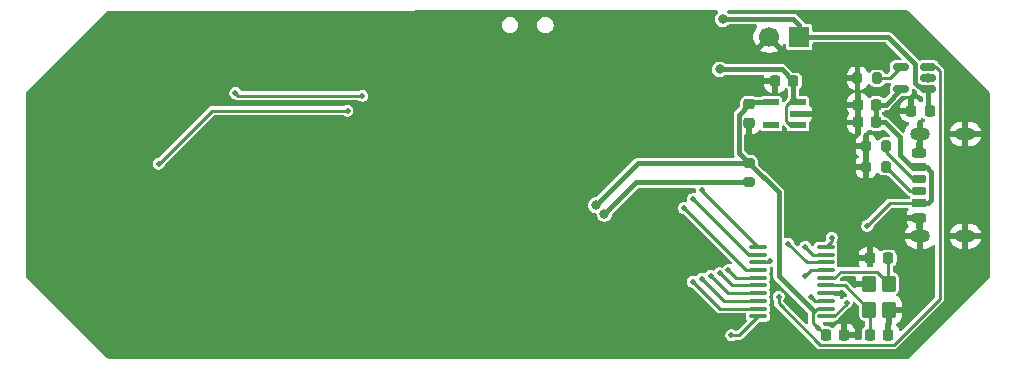
<source format=gbr>
%TF.GenerationSoftware,KiCad,Pcbnew,9.0.6*%
%TF.CreationDate,2025-11-17T13:54:39+01:00*%
%TF.ProjectId,CH32Console,43483332-436f-46e7-936f-6c652e6b6963,rev?*%
%TF.SameCoordinates,Original*%
%TF.FileFunction,Copper,L2,Bot*%
%TF.FilePolarity,Positive*%
%FSLAX46Y46*%
G04 Gerber Fmt 4.6, Leading zero omitted, Abs format (unit mm)*
G04 Created by KiCad (PCBNEW 9.0.6) date 2025-11-17 13:54:39*
%MOMM*%
%LPD*%
G01*
G04 APERTURE LIST*
G04 Aperture macros list*
%AMRoundRect*
0 Rectangle with rounded corners*
0 $1 Rounding radius*
0 $2 $3 $4 $5 $6 $7 $8 $9 X,Y pos of 4 corners*
0 Add a 4 corners polygon primitive as box body*
4,1,4,$2,$3,$4,$5,$6,$7,$8,$9,$2,$3,0*
0 Add four circle primitives for the rounded corners*
1,1,$1+$1,$2,$3*
1,1,$1+$1,$4,$5*
1,1,$1+$1,$6,$7*
1,1,$1+$1,$8,$9*
0 Add four rect primitives between the rounded corners*
20,1,$1+$1,$2,$3,$4,$5,0*
20,1,$1+$1,$4,$5,$6,$7,0*
20,1,$1+$1,$6,$7,$8,$9,0*
20,1,$1+$1,$8,$9,$2,$3,0*%
G04 Aperture macros list end*
%TA.AperFunction,SMDPad,CuDef*%
%ADD10RoundRect,0.150000X0.512500X0.150000X-0.512500X0.150000X-0.512500X-0.150000X0.512500X-0.150000X0*%
%TD*%
%TA.AperFunction,SMDPad,CuDef*%
%ADD11R,1.320000X0.590000*%
%TD*%
%TA.AperFunction,SMDPad,CuDef*%
%ADD12RoundRect,0.225000X-0.250000X0.225000X-0.250000X-0.225000X0.250000X-0.225000X0.250000X0.225000X0*%
%TD*%
%TA.AperFunction,SMDPad,CuDef*%
%ADD13RoundRect,0.225000X-0.225000X-0.250000X0.225000X-0.250000X0.225000X0.250000X-0.225000X0.250000X0*%
%TD*%
%TA.AperFunction,SMDPad,CuDef*%
%ADD14R,1.700000X1.700000*%
%TD*%
%TA.AperFunction,SMDPad,CuDef*%
%ADD15C,1.700000*%
%TD*%
%TA.AperFunction,SMDPad,CuDef*%
%ADD16RoundRect,0.225000X0.225000X0.250000X-0.225000X0.250000X-0.225000X-0.250000X0.225000X-0.250000X0*%
%TD*%
%TA.AperFunction,SMDPad,CuDef*%
%ADD17RoundRect,0.100000X0.637500X0.100000X-0.637500X0.100000X-0.637500X-0.100000X0.637500X-0.100000X0*%
%TD*%
%TA.AperFunction,SMDPad,CuDef*%
%ADD18RoundRect,0.200000X-0.200000X-0.275000X0.200000X-0.275000X0.200000X0.275000X-0.200000X0.275000X0*%
%TD*%
%TA.AperFunction,SMDPad,CuDef*%
%ADD19RoundRect,0.250000X0.350000X-0.450000X0.350000X0.450000X-0.350000X0.450000X-0.350000X-0.450000X0*%
%TD*%
%TA.AperFunction,SMDPad,CuDef*%
%ADD20RoundRect,0.200000X0.200000X0.275000X-0.200000X0.275000X-0.200000X-0.275000X0.200000X-0.275000X0*%
%TD*%
%TA.AperFunction,SMDPad,CuDef*%
%ADD21RoundRect,0.175000X-0.425000X0.175000X-0.425000X-0.175000X0.425000X-0.175000X0.425000X0.175000X0*%
%TD*%
%TA.AperFunction,SMDPad,CuDef*%
%ADD22RoundRect,0.190000X0.410000X-0.190000X0.410000X0.190000X-0.410000X0.190000X-0.410000X-0.190000X0*%
%TD*%
%TA.AperFunction,SMDPad,CuDef*%
%ADD23RoundRect,0.200000X0.400000X-0.200000X0.400000X0.200000X-0.400000X0.200000X-0.400000X-0.200000X0*%
%TD*%
%TA.AperFunction,SMDPad,CuDef*%
%ADD24RoundRect,0.175000X0.425000X-0.175000X0.425000X0.175000X-0.425000X0.175000X-0.425000X-0.175000X0*%
%TD*%
%TA.AperFunction,SMDPad,CuDef*%
%ADD25RoundRect,0.190000X-0.410000X0.190000X-0.410000X-0.190000X0.410000X-0.190000X0.410000X0.190000X0*%
%TD*%
%TA.AperFunction,SMDPad,CuDef*%
%ADD26RoundRect,0.200000X-0.400000X0.200000X-0.400000X-0.200000X0.400000X-0.200000X0.400000X0.200000X0*%
%TD*%
%TA.AperFunction,HeatsinkPad*%
%ADD27O,1.700000X1.100000*%
%TD*%
%TA.AperFunction,SMDPad,CuDef*%
%ADD28RoundRect,0.200000X-0.275000X0.200000X-0.275000X-0.200000X0.275000X-0.200000X0.275000X0.200000X0*%
%TD*%
%TA.AperFunction,ViaPad*%
%ADD29C,0.800000*%
%TD*%
%TA.AperFunction,ViaPad*%
%ADD30C,0.500000*%
%TD*%
%TA.AperFunction,Conductor*%
%ADD31C,0.381000*%
%TD*%
%TA.AperFunction,Conductor*%
%ADD32C,0.254000*%
%TD*%
G04 APERTURE END LIST*
D10*
%TO.P,U2,1,STAT*%
%TO.N,Net-(U2-STAT)*%
X180387500Y-69800000D03*
%TO.P,U2,2,V_{SS}*%
%TO.N,GND*%
X180387500Y-70750000D03*
%TO.P,U2,3,V_{BAT}*%
%TO.N,Net-(BAT1-Pin_1)*%
X180387500Y-71700000D03*
%TO.P,U2,4,V_{DD}*%
%TO.N,Net-(D2-A)*%
X178112500Y-71700000D03*
%TO.P,U2,5,PROG*%
%TO.N,Net-(U2-PROG)*%
X178112500Y-69800000D03*
%TD*%
D11*
%TO.P,U3,1,VIN*%
%TO.N,Net-(U3-INHIBIT)*%
X169395000Y-72800000D03*
%TO.P,U3,2,GND*%
%TO.N,GND*%
X169395000Y-73750000D03*
%TO.P,U3,3,INHIBIT*%
%TO.N,Net-(U3-INHIBIT)*%
X169395000Y-74700000D03*
%TO.P,U3,4*%
%TO.N,N/C*%
X167105000Y-74700000D03*
%TO.P,U3,5,VOUT*%
%TO.N,+3.3V*%
X167105000Y-72800000D03*
%TD*%
D12*
%TO.P,C8,1*%
%TO.N,+3.3V*%
X165250000Y-72975000D03*
%TO.P,C8,2*%
%TO.N,GND*%
X165250000Y-74525000D03*
%TD*%
D13*
%TO.P,C1,1*%
%TO.N,+3.3V*%
X171725000Y-92500000D03*
%TO.P,C1,2*%
%TO.N,GND*%
X173275000Y-92500000D03*
%TD*%
D14*
%TO.P,+BAT-,1,Pin_1*%
%TO.N,Net-(BAT1-Pin_1)*%
X169500000Y-67250000D03*
D15*
%TO.P,+BAT-,2,Pin_2*%
%TO.N,GND*%
X166960000Y-67250000D03*
%TD*%
D16*
%TO.P,C5,1*%
%TO.N,Net-(U1-PA1)*%
X177025000Y-86000000D03*
%TO.P,C5,2*%
%TO.N,GND*%
X175475000Y-86000000D03*
%TD*%
%TO.P,C7,1*%
%TO.N,Net-(U3-INHIBIT)*%
X169000000Y-71000000D03*
%TO.P,C7,2*%
%TO.N,GND*%
X167450000Y-71000000D03*
%TD*%
D17*
%TO.P,U1,1,PD4*%
%TO.N,BTN_ACTION*%
X171725000Y-85050000D03*
%TO.P,U1,2,PD5*%
%TO.N,Net-(PD1-Pin_1)*%
X171725000Y-85700000D03*
%TO.P,U1,3,PD6*%
%TO.N,Net-(PD2-Pin_1)*%
X171725000Y-86350000D03*
%TO.P,U1,4,PD7*%
%TO.N,NRST*%
X171725000Y-87000000D03*
%TO.P,U1,5,PA1*%
%TO.N,Net-(U1-PA1)*%
X171725000Y-87650000D03*
%TO.P,U1,6,PA2*%
%TO.N,Net-(U1-PA2)*%
X171725000Y-88300000D03*
%TO.P,U1,7,VSS*%
%TO.N,GND*%
X171725000Y-88950000D03*
%TO.P,U1,8,PD0*%
%TO.N,Net-(U1-PD0)*%
X171725000Y-89600000D03*
%TO.P,U1,9,VDD*%
%TO.N,+3.3V*%
X171725000Y-90250000D03*
%TO.P,U1,10,PC0*%
%TO.N,BUZZ*%
X171725000Y-90900000D03*
%TO.P,U1,11,PC1*%
%TO.N,BTN_DOWN*%
X166000000Y-90900000D03*
%TO.P,U1,12,PC2*%
%TO.N,CS*%
X166000000Y-90250000D03*
%TO.P,U1,13,PC3*%
%TO.N,RS*%
X166000000Y-89600000D03*
%TO.P,U1,14,PC4*%
%TO.N,DC*%
X166000000Y-88950000D03*
%TO.P,U1,15,PC5*%
%TO.N,SCK*%
X166000000Y-88300000D03*
%TO.P,U1,16,PC6*%
%TO.N,MOSI*%
X166000000Y-87650000D03*
%TO.P,U1,17,PC7*%
%TO.N,BTN_LEFT*%
X166000000Y-87000000D03*
%TO.P,U1,18,PD1*%
%TO.N,SWIO*%
X166000000Y-86350000D03*
%TO.P,U1,19,PD2*%
%TO.N,BTN_UP*%
X166000000Y-85700000D03*
%TO.P,U1,20,PD3*%
%TO.N,BTN_RIGHT*%
X166000000Y-85050000D03*
%TD*%
D16*
%TO.P,C6,1*%
%TO.N,Net-(BAT1-Pin_1)*%
X180525000Y-73500000D03*
%TO.P,C6,2*%
%TO.N,GND*%
X178975000Y-73500000D03*
%TD*%
D18*
%TO.P,R5,1*%
%TO.N,GND*%
X174425000Y-70750000D03*
%TO.P,R5,2*%
%TO.N,Net-(U2-PROG)*%
X176075000Y-70750000D03*
%TD*%
D19*
%TO.P,Y1,1,1*%
%TO.N,Net-(U1-PA2)*%
X175400000Y-90350000D03*
%TO.P,Y1,2,2*%
%TO.N,GND*%
X175400000Y-88150000D03*
%TO.P,Y1,3,3*%
%TO.N,Net-(U1-PA1)*%
X177100000Y-88150000D03*
%TO.P,Y1,4,4*%
%TO.N,GND*%
X177100000Y-90350000D03*
%TD*%
D16*
%TO.P,C2,1*%
%TO.N,Net-(D2-A)*%
X176025000Y-74500000D03*
%TO.P,C2,2*%
%TO.N,GND*%
X174475000Y-74500000D03*
%TD*%
%TO.P,C3,1*%
%TO.N,Net-(D2-A)*%
X176025000Y-73000000D03*
%TO.P,C3,2*%
%TO.N,GND*%
X174475000Y-73000000D03*
%TD*%
D13*
%TO.P,C4,1*%
%TO.N,Net-(U1-PA2)*%
X175475000Y-92500000D03*
%TO.P,C4,2*%
%TO.N,GND*%
X177025000Y-92500000D03*
%TD*%
D20*
%TO.P,R3,1*%
%TO.N,Net-(J1-CC1)*%
X176825000Y-76500000D03*
%TO.P,R3,2*%
%TO.N,GND*%
X175175000Y-76500000D03*
%TD*%
D21*
%TO.P,J1,A5,CC1*%
%TO.N,Net-(J1-CC1)*%
X179670000Y-79300000D03*
D22*
%TO.P,J1,A9,VBUS*%
%TO.N,Net-(D2-A)*%
X179670000Y-81320000D03*
D23*
%TO.P,J1,A12,GND*%
%TO.N,GND*%
X179670000Y-82550000D03*
D24*
%TO.P,J1,B5,CC2*%
%TO.N,Net-(J1-CC2)*%
X179670000Y-80300000D03*
D25*
%TO.P,J1,B9,VBUS*%
%TO.N,Net-(D2-A)*%
X179670000Y-78280000D03*
D26*
%TO.P,J1,B12,GND*%
%TO.N,GND*%
X179670000Y-77050000D03*
D27*
%TO.P,J1,S1,SHIELD*%
X183550000Y-75480000D03*
X179750000Y-75480000D03*
X183550000Y-84120000D03*
X179750000Y-84120000D03*
%TD*%
D28*
%TO.P,R7,1*%
%TO.N,+3.3V*%
X165250000Y-77925000D03*
%TO.P,R7,2*%
%TO.N,Net-(LCD1-LEDA)*%
X165250000Y-79575000D03*
%TD*%
D20*
%TO.P,R2,1*%
%TO.N,Net-(J1-CC2)*%
X176825000Y-78250000D03*
%TO.P,R2,2*%
%TO.N,GND*%
X175175000Y-78250000D03*
%TD*%
D29*
%TO.N,Net-(BAT1-Pin_1)*%
X163000000Y-65750000D03*
%TO.N,GND*%
X127850000Y-81250000D03*
X167450000Y-71000000D03*
D30*
X173150000Y-89000000D03*
X173950000Y-87850000D03*
D29*
X175350000Y-81250000D03*
X180387500Y-70750000D03*
X178975000Y-73500000D03*
X173275000Y-92500000D03*
D30*
%TO.N,BTN_ACTION*%
X172250000Y-84250000D03*
%TO.N,BTN_DOWN*%
X163750000Y-92500000D03*
%TO.N,BTN_LEFT*%
X131250000Y-73500000D03*
X159750000Y-81750000D03*
X115250000Y-78000000D03*
%TO.N,BTN_RIGHT*%
X161250000Y-80250000D03*
%TO.N,BTN_UP*%
X132500000Y-72250000D03*
X121750000Y-72000000D03*
X160500000Y-81000000D03*
D29*
%TO.N,Net-(U3-INHIBIT)*%
X162750000Y-70000000D03*
%TO.N,+3.3V*%
X152250000Y-81500000D03*
D30*
X171112500Y-91887500D03*
%TO.N,Net-(D2-A)*%
X175250000Y-83250000D03*
%TO.N,DC*%
X162000000Y-87500000D03*
%TO.N,RS*%
X161250000Y-87750000D03*
%TO.N,CS*%
X160500000Y-88000000D03*
%TO.N,MOSI*%
X163500000Y-87000000D03*
%TO.N,SCK*%
X162750000Y-87250000D03*
D29*
%TO.N,Net-(LCD1-LEDA)*%
X153000000Y-82250000D03*
D30*
%TO.N,Net-(PD1-Pin_1)*%
X170000000Y-85000000D03*
%TO.N,Net-(PD2-Pin_1)*%
X168567416Y-84750000D03*
%TO.N,NRST*%
X170000000Y-87500000D03*
%TO.N,SWIO*%
X167000000Y-86250000D03*
%TO.N,BUZZ*%
X173500000Y-89750000D03*
%TO.N,Net-(U2-STAT)*%
X167750000Y-89250000D03*
%TO.N,Net-(U1-PD0)*%
X170500000Y-89250000D03*
%TD*%
D31*
%TO.N,Net-(BAT1-Pin_1)*%
X180387500Y-71700000D02*
X180387500Y-73362500D01*
X180387500Y-73362500D02*
X180525000Y-73500000D01*
X179905046Y-71700000D02*
X179333500Y-71128454D01*
X176994954Y-67250000D02*
X169500000Y-67250000D01*
X169500000Y-66250000D02*
X169500000Y-67250000D01*
X180387500Y-71700000D02*
X179905046Y-71700000D01*
X163000000Y-65750000D02*
X169000000Y-65750000D01*
X179333500Y-69588546D02*
X176994954Y-67250000D01*
X169000000Y-65750000D02*
X169500000Y-66250000D01*
X179333500Y-71128454D02*
X179333500Y-69588546D01*
D32*
%TO.N,BTN_ACTION*%
X172250000Y-84525000D02*
X172250000Y-84250000D01*
X171725000Y-85050000D02*
X172250000Y-84525000D01*
%TO.N,BTN_DOWN*%
X166000000Y-90900000D02*
X164400000Y-92500000D01*
X164400000Y-92500000D02*
X163750000Y-92500000D01*
%TO.N,BTN_LEFT*%
X131250000Y-73500000D02*
X119750000Y-73500000D01*
X165000000Y-87000000D02*
X166000000Y-87000000D01*
X119750000Y-73500000D02*
X115250000Y-78000000D01*
X159750000Y-81750000D02*
X165000000Y-87000000D01*
%TO.N,BTN_RIGHT*%
X166000000Y-85050000D02*
X161250000Y-80300000D01*
X161250000Y-80300000D02*
X161250000Y-80250000D01*
%TO.N,BTN_UP*%
X132500000Y-72250000D02*
X122000000Y-72250000D01*
X165200000Y-85700000D02*
X160500000Y-81000000D01*
X166000000Y-85700000D02*
X165200000Y-85700000D01*
X122000000Y-72250000D02*
X121750000Y-72000000D01*
D31*
%TO.N,Net-(U3-INHIBIT)*%
X169000000Y-71000000D02*
X169000000Y-72405000D01*
D32*
X168407000Y-74373000D02*
X168407000Y-73127000D01*
X168407000Y-73127000D02*
X168734000Y-72800000D01*
D31*
X168000000Y-70000000D02*
X169000000Y-71000000D01*
D32*
X168734000Y-74700000D02*
X168407000Y-74373000D01*
X169395000Y-74700000D02*
X168734000Y-74700000D01*
X168734000Y-72800000D02*
X169395000Y-72800000D01*
D31*
X169000000Y-72405000D02*
X169395000Y-72800000D01*
X162750000Y-70000000D02*
X168000000Y-70000000D01*
%TO.N,+3.3V*%
X167750000Y-87500000D02*
X170719821Y-90469821D01*
X164383500Y-73841500D02*
X164383500Y-77058500D01*
D32*
X170659500Y-91434500D02*
X171112500Y-91887500D01*
D31*
X165425000Y-72800000D02*
X165250000Y-72975000D01*
X155825000Y-77925000D02*
X165250000Y-77925000D01*
D32*
X171112500Y-91887500D02*
X171725000Y-92500000D01*
D31*
X152250000Y-81500000D02*
X155825000Y-77925000D01*
X165250000Y-72975000D02*
X164383500Y-73841500D01*
D32*
X171725000Y-90250000D02*
X171029446Y-90250000D01*
X170659500Y-90619946D02*
X170659500Y-91434500D01*
D31*
X165250000Y-77925000D02*
X167750000Y-80425000D01*
X164383500Y-77058500D02*
X165250000Y-77925000D01*
X167750000Y-80425000D02*
X167750000Y-87500000D01*
D32*
X171029446Y-90250000D02*
X170659500Y-90619946D01*
D31*
X167105000Y-72800000D02*
X165425000Y-72800000D01*
D32*
%TO.N,Net-(U1-PA2)*%
X175400000Y-90350000D02*
X173350000Y-88300000D01*
X175475000Y-92500000D02*
X175475000Y-90425000D01*
X173350000Y-88300000D02*
X171725000Y-88300000D01*
X175475000Y-90425000D02*
X175400000Y-90350000D01*
%TO.N,Net-(U1-PA1)*%
X176072000Y-87122000D02*
X172990499Y-87122000D01*
X177100000Y-88150000D02*
X176072000Y-87122000D01*
X177025000Y-86000000D02*
X177025000Y-88075000D01*
X172990499Y-87122000D02*
X172462499Y-87650000D01*
X177025000Y-88075000D02*
X177100000Y-88150000D01*
X172462499Y-87650000D02*
X171725000Y-87650000D01*
D31*
%TO.N,Net-(D2-A)*%
X176025000Y-74500000D02*
X176025000Y-73000000D01*
D32*
X175250000Y-83250000D02*
X177180000Y-81320000D01*
D31*
X176025000Y-73000000D02*
X176812500Y-73000000D01*
X180430000Y-81320000D02*
X179670000Y-81320000D01*
X176750000Y-74500000D02*
X176025000Y-74500000D01*
X180661500Y-78671500D02*
X180661500Y-81088500D01*
X178000000Y-77210000D02*
X178000000Y-75750000D01*
X178000000Y-75750000D02*
X176750000Y-74500000D01*
X179670000Y-78280000D02*
X179070000Y-78280000D01*
X180270000Y-78280000D02*
X180661500Y-78671500D01*
X179070000Y-78280000D02*
X178000000Y-77210000D01*
X176812500Y-73000000D02*
X178112500Y-71700000D01*
X180661500Y-81088500D02*
X180430000Y-81320000D01*
D32*
X177180000Y-81320000D02*
X179670000Y-81320000D01*
D31*
X179670000Y-78280000D02*
X180270000Y-78280000D01*
D32*
%TO.N,Net-(J1-CC1)*%
X176825000Y-76500000D02*
X176825000Y-77022754D01*
X179102246Y-79300000D02*
X179670000Y-79300000D01*
X176825000Y-77022754D02*
X179102246Y-79300000D01*
%TO.N,Net-(J1-CC2)*%
X178875000Y-80300000D02*
X179670000Y-80300000D01*
X176825000Y-78250000D02*
X178875000Y-80300000D01*
%TO.N,DC*%
X162250000Y-87750000D02*
X162000000Y-87500000D01*
X166000000Y-88950000D02*
X163450000Y-88950000D01*
X163450000Y-88950000D02*
X162250000Y-87750000D01*
%TO.N,RS*%
X161500000Y-88000000D02*
X161250000Y-87750000D01*
X163100000Y-89600000D02*
X161500000Y-88000000D01*
X166000000Y-89600000D02*
X163100000Y-89600000D01*
%TO.N,CS*%
X160750000Y-88250000D02*
X160500000Y-88000000D01*
X166000000Y-90250000D02*
X162750000Y-90250000D01*
X162750000Y-90250000D02*
X160750000Y-88250000D01*
%TO.N,MOSI*%
X166000000Y-87650000D02*
X164150000Y-87650000D01*
X164150000Y-87650000D02*
X163500000Y-87000000D01*
%TO.N,SCK*%
X166000000Y-88300000D02*
X163800000Y-88300000D01*
X163000000Y-87500000D02*
X162750000Y-87250000D01*
X163800000Y-88300000D02*
X163000000Y-87500000D01*
D31*
%TO.N,Net-(LCD1-LEDA)*%
X155675000Y-79575000D02*
X165250000Y-79575000D01*
X153000000Y-82250000D02*
X155675000Y-79575000D01*
D32*
%TO.N,Net-(PD1-Pin_1)*%
X171725000Y-85700000D02*
X170700000Y-85700000D01*
X170700000Y-85700000D02*
X170000000Y-85000000D01*
%TO.N,Net-(PD2-Pin_1)*%
X170167416Y-86350000D02*
X168567416Y-84750000D01*
X171725000Y-86350000D02*
X170167416Y-86350000D01*
%TO.N,NRST*%
X170500000Y-87000000D02*
X170000000Y-87500000D01*
X171725000Y-87000000D02*
X170500000Y-87000000D01*
%TO.N,SWIO*%
X166900000Y-86350000D02*
X167000000Y-86250000D01*
X166000000Y-86350000D02*
X166900000Y-86350000D01*
%TO.N,BUZZ*%
X171725000Y-90900000D02*
X172462499Y-90900000D01*
X172462499Y-90900000D02*
X173500000Y-89862499D01*
X173500000Y-89862499D02*
X173500000Y-89750000D01*
%TO.N,Net-(U2-PROG)*%
X176075000Y-70750000D02*
X177162500Y-70750000D01*
X177162500Y-70750000D02*
X178112500Y-69800000D01*
%TO.N,Net-(U2-STAT)*%
X167750000Y-89788294D02*
X171264706Y-93303000D01*
X181378000Y-89410294D02*
X181378000Y-70128001D01*
X171264706Y-93303000D02*
X177485294Y-93303000D01*
X181049999Y-69800000D02*
X180387500Y-69800000D01*
X181378000Y-70128001D02*
X181049999Y-69800000D01*
X167750000Y-89250000D02*
X167750000Y-89788294D01*
X177485294Y-93303000D02*
X181378000Y-89410294D01*
%TO.N,Net-(U1-PD0)*%
X170500000Y-89250000D02*
X170850000Y-89600000D01*
X170850000Y-89600000D02*
X171725000Y-89600000D01*
%TD*%
%TA.AperFunction,Conductor*%
%TO.N,GND*%
G36*
X178706210Y-65020643D02*
G01*
X178727871Y-65038208D01*
X179093150Y-65408525D01*
X185604318Y-72009503D01*
X185613204Y-72018511D01*
X185646801Y-72081055D01*
X185649500Y-72106994D01*
X185649500Y-87540496D01*
X185629498Y-87608617D01*
X185612595Y-87629591D01*
X178779591Y-94462595D01*
X178717279Y-94496621D01*
X178690496Y-94499500D01*
X111009503Y-94499500D01*
X110941382Y-94479498D01*
X110920408Y-94462595D01*
X104037405Y-87579591D01*
X104003379Y-87517279D01*
X104000500Y-87490496D01*
X104000500Y-78066417D01*
X114745499Y-78066417D01*
X114779881Y-78194730D01*
X114846297Y-78309766D01*
X114846305Y-78309776D01*
X114940223Y-78403694D01*
X114940228Y-78403698D01*
X114940230Y-78403700D01*
X115055270Y-78470119D01*
X115183581Y-78504500D01*
X115183583Y-78504500D01*
X115316417Y-78504500D01*
X115316419Y-78504500D01*
X115444730Y-78470119D01*
X115559770Y-78403700D01*
X115653700Y-78309770D01*
X115720119Y-78194730D01*
X115754500Y-78066419D01*
X115754500Y-78066417D01*
X115756637Y-78058442D01*
X115759620Y-78059241D01*
X115782383Y-78007759D01*
X115789492Y-78000030D01*
X119871118Y-73918405D01*
X119933430Y-73884379D01*
X119960213Y-73881500D01*
X130868527Y-73881500D01*
X130932642Y-73900325D01*
X130933078Y-73899571D01*
X130936189Y-73901367D01*
X130936648Y-73901502D01*
X130937682Y-73902229D01*
X130950272Y-73909498D01*
X131055270Y-73970119D01*
X131183581Y-74004500D01*
X131183583Y-74004500D01*
X131316417Y-74004500D01*
X131316419Y-74004500D01*
X131444730Y-73970119D01*
X131559770Y-73903700D01*
X131653700Y-73809770D01*
X131720119Y-73694730D01*
X131754500Y-73566419D01*
X131754500Y-73433581D01*
X131720119Y-73305270D01*
X131679470Y-73234865D01*
X131653702Y-73190233D01*
X131653694Y-73190223D01*
X131559776Y-73096305D01*
X131559766Y-73096297D01*
X131444730Y-73029881D01*
X131399781Y-73017837D01*
X131316419Y-72995500D01*
X131183581Y-72995500D01*
X131100219Y-73017837D01*
X131055269Y-73029881D01*
X130933078Y-73100429D01*
X130931535Y-73097757D01*
X130879004Y-73118064D01*
X130868527Y-73118500D01*
X119699775Y-73118500D01*
X119640390Y-73134412D01*
X119602741Y-73144500D01*
X119538659Y-73181499D01*
X119515756Y-73194721D01*
X119515746Y-73194729D01*
X115249981Y-77460495D01*
X115191332Y-77492520D01*
X115191558Y-77493363D01*
X115188085Y-77494293D01*
X115187669Y-77494521D01*
X115186429Y-77494737D01*
X115183581Y-77495500D01*
X115153725Y-77503500D01*
X115055269Y-77529881D01*
X114940233Y-77596297D01*
X114940223Y-77596305D01*
X114846305Y-77690223D01*
X114846297Y-77690233D01*
X114779881Y-77805269D01*
X114745500Y-77933582D01*
X114745500Y-78066417D01*
X114745499Y-78066417D01*
X104000500Y-78066417D01*
X104000500Y-72066417D01*
X121245499Y-72066417D01*
X121279881Y-72194730D01*
X121346297Y-72309766D01*
X121346305Y-72309776D01*
X121440223Y-72403694D01*
X121440228Y-72403698D01*
X121440230Y-72403700D01*
X121440231Y-72403701D01*
X121440233Y-72403702D01*
X121484865Y-72429470D01*
X121555270Y-72470119D01*
X121683581Y-72504500D01*
X121683583Y-72504500D01*
X121691558Y-72506637D01*
X121690758Y-72509619D01*
X121742252Y-72532394D01*
X121749980Y-72539504D01*
X121765746Y-72555270D01*
X121765751Y-72555274D01*
X121765753Y-72555276D01*
X121765754Y-72555277D01*
X121765756Y-72555278D01*
X121852741Y-72605499D01*
X121852743Y-72605499D01*
X121852746Y-72605501D01*
X121949775Y-72631500D01*
X122050225Y-72631500D01*
X132118527Y-72631500D01*
X132182642Y-72650325D01*
X132183078Y-72649571D01*
X132186189Y-72651367D01*
X132186648Y-72651502D01*
X132187682Y-72652229D01*
X132190230Y-72653700D01*
X132305270Y-72720119D01*
X132433581Y-72754500D01*
X132433583Y-72754500D01*
X132566417Y-72754500D01*
X132566419Y-72754500D01*
X132694730Y-72720119D01*
X132809770Y-72653700D01*
X132903700Y-72559770D01*
X132970119Y-72444730D01*
X133004500Y-72316419D01*
X133004500Y-72183581D01*
X132970119Y-72055270D01*
X132917918Y-71964856D01*
X132903702Y-71940233D01*
X132903694Y-71940223D01*
X132809776Y-71846305D01*
X132809766Y-71846297D01*
X132694730Y-71779881D01*
X132566419Y-71745500D01*
X132433581Y-71745500D01*
X132348040Y-71768420D01*
X132305269Y-71779881D01*
X132183078Y-71850429D01*
X132181535Y-71847757D01*
X132129004Y-71868064D01*
X132118527Y-71868500D01*
X122329371Y-71868500D01*
X122261250Y-71848498D01*
X122220252Y-71805500D01*
X122153702Y-71690233D01*
X122153694Y-71690223D01*
X122059776Y-71596305D01*
X122059766Y-71596297D01*
X121944730Y-71529881D01*
X121816419Y-71495500D01*
X121683581Y-71495500D01*
X121598991Y-71518166D01*
X121555269Y-71529881D01*
X121440233Y-71596297D01*
X121440223Y-71596305D01*
X121346305Y-71690223D01*
X121346297Y-71690233D01*
X121279881Y-71805269D01*
X121245500Y-71933582D01*
X121245500Y-72066417D01*
X121245499Y-72066417D01*
X104000500Y-72066417D01*
X104000500Y-72009503D01*
X104009283Y-71979587D01*
X104015912Y-71949118D01*
X104019726Y-71944022D01*
X104020502Y-71941382D01*
X104037400Y-71920413D01*
X104659499Y-71298314D01*
X166500001Y-71298314D01*
X166510143Y-71397602D01*
X166563453Y-71558483D01*
X166652427Y-71702732D01*
X166652432Y-71702738D01*
X166772261Y-71822567D01*
X166772267Y-71822572D01*
X166916516Y-71911546D01*
X167077393Y-71964855D01*
X167077399Y-71964856D01*
X167176676Y-71974999D01*
X167200000Y-71974998D01*
X167200000Y-71250000D01*
X166500001Y-71250000D01*
X166500001Y-71298314D01*
X104659499Y-71298314D01*
X107592543Y-68365269D01*
X166198282Y-68365269D01*
X166252446Y-68404622D01*
X166441778Y-68501092D01*
X166441784Y-68501095D01*
X166643870Y-68566756D01*
X166643866Y-68566756D01*
X166853756Y-68600000D01*
X167066244Y-68600000D01*
X167276131Y-68566756D01*
X167478215Y-68501095D01*
X167478221Y-68501092D01*
X167667555Y-68404621D01*
X167667557Y-68404620D01*
X167721716Y-68365270D01*
X167721717Y-68365269D01*
X166960001Y-67603553D01*
X166960000Y-67603553D01*
X166198282Y-68365269D01*
X107592543Y-68365269D01*
X109776808Y-66181004D01*
X144299500Y-66181004D01*
X144299500Y-66318995D01*
X144326420Y-66454328D01*
X144379225Y-66581811D01*
X144430447Y-66658471D01*
X144455885Y-66696541D01*
X144455890Y-66696547D01*
X144553452Y-66794109D01*
X144553458Y-66794114D01*
X144668189Y-66870775D01*
X144795672Y-66923580D01*
X144931007Y-66950500D01*
X144931008Y-66950500D01*
X145068992Y-66950500D01*
X145068993Y-66950500D01*
X145204328Y-66923580D01*
X145331811Y-66870775D01*
X145446542Y-66794114D01*
X145544114Y-66696542D01*
X145620775Y-66581811D01*
X145673580Y-66454328D01*
X145700500Y-66318993D01*
X145700500Y-66181007D01*
X145700499Y-66181004D01*
X147299500Y-66181004D01*
X147299500Y-66318995D01*
X147326420Y-66454328D01*
X147379225Y-66581811D01*
X147430447Y-66658471D01*
X147455885Y-66696541D01*
X147455890Y-66696547D01*
X147553452Y-66794109D01*
X147553458Y-66794114D01*
X147668189Y-66870775D01*
X147795672Y-66923580D01*
X147931007Y-66950500D01*
X147931008Y-66950500D01*
X148068992Y-66950500D01*
X148068993Y-66950500D01*
X148204328Y-66923580D01*
X148331811Y-66870775D01*
X148446542Y-66794114D01*
X148544114Y-66696542D01*
X148620775Y-66581811D01*
X148673580Y-66454328D01*
X148700500Y-66318993D01*
X148700500Y-66181007D01*
X148673580Y-66045672D01*
X148620775Y-65918189D01*
X148544114Y-65803458D01*
X148544109Y-65803452D01*
X148446547Y-65705890D01*
X148446541Y-65705885D01*
X148408471Y-65680447D01*
X148331811Y-65629225D01*
X148251421Y-65595926D01*
X148204331Y-65576421D01*
X148204328Y-65576420D01*
X148068995Y-65549500D01*
X148068993Y-65549500D01*
X147931007Y-65549500D01*
X147931004Y-65549500D01*
X147795671Y-65576420D01*
X147795668Y-65576421D01*
X147668189Y-65629225D01*
X147553458Y-65705885D01*
X147553452Y-65705890D01*
X147455890Y-65803452D01*
X147455885Y-65803458D01*
X147379225Y-65918189D01*
X147326421Y-66045668D01*
X147326420Y-66045671D01*
X147299500Y-66181004D01*
X145700499Y-66181004D01*
X145673580Y-66045672D01*
X145620775Y-65918189D01*
X145544114Y-65803458D01*
X145544109Y-65803452D01*
X145446547Y-65705890D01*
X145446541Y-65705885D01*
X145408471Y-65680447D01*
X145331811Y-65629225D01*
X145251421Y-65595926D01*
X145204331Y-65576421D01*
X145204328Y-65576420D01*
X145068995Y-65549500D01*
X145068993Y-65549500D01*
X144931007Y-65549500D01*
X144931004Y-65549500D01*
X144795671Y-65576420D01*
X144795668Y-65576421D01*
X144668189Y-65629225D01*
X144553458Y-65705885D01*
X144553452Y-65705890D01*
X144455890Y-65803452D01*
X144455885Y-65803458D01*
X144379225Y-65918189D01*
X144326421Y-66045668D01*
X144326420Y-66045671D01*
X144299500Y-66181004D01*
X109776808Y-66181004D01*
X110870601Y-65087211D01*
X110932911Y-65053187D01*
X110959594Y-65050308D01*
X162510197Y-65012515D01*
X162578331Y-65032467D01*
X162624863Y-65086089D01*
X162635019Y-65156355D01*
X162605573Y-65220958D01*
X162587169Y-65237208D01*
X162587565Y-65237690D01*
X162582774Y-65241621D01*
X162491621Y-65332774D01*
X162491616Y-65332780D01*
X162419989Y-65439978D01*
X162370654Y-65559083D01*
X162370652Y-65559088D01*
X162345500Y-65685534D01*
X162345500Y-65685537D01*
X162345500Y-65814463D01*
X162370652Y-65940911D01*
X162419989Y-66060022D01*
X162453845Y-66110690D01*
X162491616Y-66167219D01*
X162491621Y-66167225D01*
X162582774Y-66258378D01*
X162582780Y-66258383D01*
X162689978Y-66330011D01*
X162809089Y-66379348D01*
X162935537Y-66404500D01*
X162935538Y-66404500D01*
X163064462Y-66404500D01*
X163064463Y-66404500D01*
X163190911Y-66379348D01*
X163310022Y-66330011D01*
X163417220Y-66258383D01*
X163417225Y-66258378D01*
X163443699Y-66231905D01*
X163506011Y-66197879D01*
X163532794Y-66195000D01*
X165810522Y-66195000D01*
X165878643Y-66215002D01*
X165925136Y-66268658D01*
X165935240Y-66338932D01*
X165912458Y-66395061D01*
X165805379Y-66542442D01*
X165708907Y-66731778D01*
X165708904Y-66731784D01*
X165643243Y-66933868D01*
X165610000Y-67143756D01*
X165610000Y-67356243D01*
X165643243Y-67566131D01*
X165708904Y-67768215D01*
X165708907Y-67768221D01*
X165805377Y-67957553D01*
X165844729Y-68011716D01*
X166694126Y-67162318D01*
X166756439Y-67128293D01*
X166827254Y-67133357D01*
X166872317Y-67162318D01*
X166959999Y-67250000D01*
X167047680Y-67162318D01*
X167109992Y-67128293D01*
X167180808Y-67133357D01*
X167225872Y-67162318D01*
X168075270Y-68011716D01*
X168114620Y-67957557D01*
X168114624Y-67957551D01*
X168157233Y-67873925D01*
X168205980Y-67822310D01*
X168274895Y-67805243D01*
X168342097Y-67828143D01*
X168386250Y-67883740D01*
X168395500Y-67931126D01*
X168395500Y-68125063D01*
X168395501Y-68125073D01*
X168410265Y-68199300D01*
X168466516Y-68283484D01*
X168550697Y-68339733D01*
X168550699Y-68339734D01*
X168624933Y-68354500D01*
X170375066Y-68354499D01*
X170375069Y-68354498D01*
X170375073Y-68354498D01*
X170424326Y-68344701D01*
X170449301Y-68339734D01*
X170533484Y-68283484D01*
X170589734Y-68199301D01*
X170604500Y-68125067D01*
X170604500Y-67821000D01*
X170624502Y-67752879D01*
X170678158Y-67706386D01*
X170730500Y-67695000D01*
X176758439Y-67695000D01*
X176826560Y-67715002D01*
X176847534Y-67731905D01*
X178146034Y-69030405D01*
X178180060Y-69092717D01*
X178174995Y-69163532D01*
X178132448Y-69220368D01*
X178065928Y-69245179D01*
X178056939Y-69245500D01*
X177568166Y-69245500D01*
X177542266Y-69249602D01*
X177473446Y-69260501D01*
X177359276Y-69318673D01*
X177268673Y-69409276D01*
X177210501Y-69523446D01*
X177195500Y-69618167D01*
X177195500Y-69981832D01*
X177212053Y-70086350D01*
X177209399Y-70086770D01*
X177213557Y-70097916D01*
X177209133Y-70118251D01*
X177209708Y-70139052D01*
X177201504Y-70153324D01*
X177198466Y-70167291D01*
X177176974Y-70196001D01*
X177041382Y-70331595D01*
X176979070Y-70365620D01*
X176952286Y-70368500D01*
X176808657Y-70368500D01*
X176740536Y-70348498D01*
X176694043Y-70294842D01*
X176689732Y-70284128D01*
X176681369Y-70260227D01*
X176630215Y-70190916D01*
X176600010Y-70149989D01*
X176489774Y-70068631D01*
X176489767Y-70068628D01*
X176360453Y-70023379D01*
X176360455Y-70023379D01*
X176335889Y-70021075D01*
X176329749Y-70020500D01*
X176329748Y-70020500D01*
X175820259Y-70020500D01*
X175820244Y-70020501D01*
X175789547Y-70023379D01*
X175789544Y-70023380D01*
X175660232Y-70068628D01*
X175660225Y-70068631D01*
X175549991Y-70149988D01*
X175491609Y-70229092D01*
X175435063Y-70272024D01*
X175364283Y-70277570D01*
X175301742Y-70243968D01*
X175269934Y-70191753D01*
X175268016Y-70185598D01*
X175180074Y-70040125D01*
X175180070Y-70040120D01*
X175059879Y-69919929D01*
X175059874Y-69919925D01*
X174914399Y-69831982D01*
X174752101Y-69781408D01*
X174681573Y-69775000D01*
X174675000Y-69775000D01*
X174675000Y-71724999D01*
X174681572Y-71724999D01*
X174752101Y-71718591D01*
X174914398Y-71668017D01*
X174914399Y-71668017D01*
X175059874Y-71580074D01*
X175059879Y-71580070D01*
X175180070Y-71459879D01*
X175180074Y-71459874D01*
X175268017Y-71314399D01*
X175269934Y-71308248D01*
X175309294Y-71249161D01*
X175374351Y-71220734D01*
X175444449Y-71231991D01*
X175491609Y-71270907D01*
X175549991Y-71350011D01*
X175660225Y-71431368D01*
X175660232Y-71431371D01*
X175789546Y-71476620D01*
X175789549Y-71476621D01*
X175820251Y-71479500D01*
X176329748Y-71479499D01*
X176360451Y-71476621D01*
X176489773Y-71431369D01*
X176600010Y-71350010D01*
X176681369Y-71239773D01*
X176689729Y-71215881D01*
X176731107Y-71158192D01*
X176797108Y-71132030D01*
X176808657Y-71131500D01*
X177153642Y-71131500D01*
X177221763Y-71151502D01*
X177268256Y-71205158D01*
X177278360Y-71275432D01*
X177265909Y-71314703D01*
X177210501Y-71423446D01*
X177195500Y-71518167D01*
X177195500Y-71881834D01*
X177199928Y-71909796D01*
X177190827Y-71980207D01*
X177164574Y-72018599D01*
X176773226Y-72409947D01*
X176710914Y-72443973D01*
X176640099Y-72438908D01*
X176595041Y-72409952D01*
X176592548Y-72407459D01*
X176482167Y-72324827D01*
X176482166Y-72324826D01*
X176441788Y-72309766D01*
X176352973Y-72276640D01*
X176345834Y-72275872D01*
X176295871Y-72270500D01*
X176295864Y-72270500D01*
X175754136Y-72270500D01*
X175754128Y-72270500D01*
X175697027Y-72276640D01*
X175567833Y-72324826D01*
X175487841Y-72384709D01*
X175421321Y-72409520D01*
X175351947Y-72394429D01*
X175305091Y-72349988D01*
X175272572Y-72297267D01*
X175272567Y-72297261D01*
X175152738Y-72177432D01*
X175152732Y-72177427D01*
X175008483Y-72088453D01*
X174847606Y-72035144D01*
X174847600Y-72035143D01*
X174748323Y-72025000D01*
X174725000Y-72025000D01*
X174725000Y-75488800D01*
X174704998Y-75556921D01*
X174658459Y-75597247D01*
X174658965Y-75598084D01*
X174654096Y-75601026D01*
X174651342Y-75603414D01*
X174648325Y-75604515D01*
X174540125Y-75669925D01*
X174540120Y-75669929D01*
X174419929Y-75790120D01*
X174419925Y-75790125D01*
X174331982Y-75935600D01*
X174331982Y-75935601D01*
X174281408Y-76097896D01*
X174281408Y-76097900D01*
X174275000Y-76168427D01*
X174275000Y-76250000D01*
X174925000Y-76250000D01*
X174925000Y-75519000D01*
X174945002Y-75450879D01*
X174998658Y-75404386D01*
X175022122Y-75399281D01*
X175021697Y-75397780D01*
X175038554Y-75392999D01*
X175152730Y-75322574D01*
X175152738Y-75322567D01*
X175272567Y-75202738D01*
X175272572Y-75202732D01*
X175305091Y-75150011D01*
X175357877Y-75102533D01*
X175427951Y-75091130D01*
X175487842Y-75115291D01*
X175567832Y-75175172D01*
X175567833Y-75175173D01*
X175567835Y-75175173D01*
X175567837Y-75175175D01*
X175697027Y-75223360D01*
X175754136Y-75229500D01*
X175754141Y-75229500D01*
X176295859Y-75229500D01*
X176295864Y-75229500D01*
X176352973Y-75223360D01*
X176482163Y-75175175D01*
X176574154Y-75106310D01*
X176640673Y-75081499D01*
X176710047Y-75096590D01*
X176738758Y-75118083D01*
X177176290Y-75555615D01*
X177210316Y-75617927D01*
X177205251Y-75688742D01*
X177162704Y-75745578D01*
X177096184Y-75770389D01*
X177081321Y-75770573D01*
X177079756Y-75770500D01*
X176570259Y-75770500D01*
X176570244Y-75770501D01*
X176539547Y-75773379D01*
X176539544Y-75773380D01*
X176410232Y-75818628D01*
X176410225Y-75818631D01*
X176299991Y-75899988D01*
X176241609Y-75979092D01*
X176185063Y-76022024D01*
X176114283Y-76027570D01*
X176051742Y-75993968D01*
X176019934Y-75941753D01*
X176018016Y-75935598D01*
X175930074Y-75790125D01*
X175930070Y-75790120D01*
X175809879Y-75669929D01*
X175809874Y-75669925D01*
X175664399Y-75581982D01*
X175502101Y-75531408D01*
X175431573Y-75525000D01*
X175425000Y-75525000D01*
X175425000Y-79224999D01*
X175431572Y-79224999D01*
X175502101Y-79218591D01*
X175664398Y-79168017D01*
X175664399Y-79168017D01*
X175809874Y-79080074D01*
X175809879Y-79080070D01*
X175930070Y-78959879D01*
X175930074Y-78959874D01*
X176018017Y-78814399D01*
X176019934Y-78808248D01*
X176059294Y-78749161D01*
X176124351Y-78720734D01*
X176194449Y-78731991D01*
X176241609Y-78770907D01*
X176299991Y-78850011D01*
X176410225Y-78931368D01*
X176410232Y-78931371D01*
X176539546Y-78976620D01*
X176539549Y-78976621D01*
X176570251Y-78979500D01*
X176962786Y-78979499D01*
X177030906Y-78999501D01*
X177051881Y-79016404D01*
X178640746Y-80605270D01*
X178640751Y-80605274D01*
X178640753Y-80605276D01*
X178727747Y-80655502D01*
X178824752Y-80681495D01*
X178852255Y-80698259D01*
X178880627Y-80713502D01*
X178882346Y-80716601D01*
X178885373Y-80718446D01*
X178899444Y-80747412D01*
X178915075Y-80775581D01*
X178914846Y-80779118D01*
X178916395Y-80782307D01*
X178912570Y-80814295D01*
X178910491Y-80846430D01*
X178908223Y-80850651D01*
X178907966Y-80852801D01*
X178893518Y-80878023D01*
X178886655Y-80887322D01*
X178830110Y-80930254D01*
X178785276Y-80938500D01*
X177129775Y-80938500D01*
X177070390Y-80954412D01*
X177032741Y-80964500D01*
X176985777Y-80991616D01*
X176945756Y-81014721D01*
X176945746Y-81014729D01*
X175249981Y-82710495D01*
X175191332Y-82742520D01*
X175191558Y-82743363D01*
X175188085Y-82744293D01*
X175187669Y-82744521D01*
X175186429Y-82744737D01*
X175055269Y-82779881D01*
X174940233Y-82846297D01*
X174940223Y-82846305D01*
X174846305Y-82940223D01*
X174846297Y-82940233D01*
X174779881Y-83055269D01*
X174745500Y-83183582D01*
X174745500Y-83316417D01*
X174745499Y-83316417D01*
X174779881Y-83444730D01*
X174846297Y-83559766D01*
X174846305Y-83559776D01*
X174940223Y-83653694D01*
X174940228Y-83653698D01*
X174940230Y-83653700D01*
X175055270Y-83720119D01*
X175183581Y-83754500D01*
X175183583Y-83754500D01*
X175316417Y-83754500D01*
X175316419Y-83754500D01*
X175444730Y-83720119D01*
X175559770Y-83653700D01*
X175653700Y-83559770D01*
X175720119Y-83444730D01*
X175754500Y-83316419D01*
X175754500Y-83316417D01*
X175756637Y-83308442D01*
X175759620Y-83309241D01*
X175782383Y-83257759D01*
X175789492Y-83250030D01*
X177301118Y-81738405D01*
X177363430Y-81704379D01*
X177390213Y-81701500D01*
X178624360Y-81701500D01*
X178692481Y-81721502D01*
X178738974Y-81775158D01*
X178749078Y-81845432D01*
X178719584Y-81910012D01*
X178715469Y-81914431D01*
X178714925Y-81915125D01*
X178626982Y-82060600D01*
X178626982Y-82060601D01*
X178576408Y-82222896D01*
X178576408Y-82222900D01*
X178570000Y-82293427D01*
X178570000Y-82300000D01*
X179544000Y-82300000D01*
X179612121Y-82320002D01*
X179658614Y-82373658D01*
X179670000Y-82426000D01*
X179670000Y-82550000D01*
X179794000Y-82550000D01*
X179862121Y-82570002D01*
X179908614Y-82623658D01*
X179920000Y-82676000D01*
X179920000Y-82938001D01*
X179939119Y-82957120D01*
X179942121Y-82958002D01*
X179955881Y-82973882D01*
X179956904Y-82974905D01*
X179956830Y-82974978D01*
X179988614Y-83011658D01*
X180000000Y-83064000D01*
X180000000Y-83820000D01*
X179500000Y-83820000D01*
X179500000Y-83581999D01*
X179480880Y-83562879D01*
X179477879Y-83561998D01*
X179464118Y-83546117D01*
X179463096Y-83545095D01*
X179463169Y-83545021D01*
X179431386Y-83508342D01*
X179420000Y-83456000D01*
X179420000Y-82800000D01*
X178570001Y-82800000D01*
X178570001Y-82806571D01*
X178576408Y-82877101D01*
X178626982Y-83039398D01*
X178626982Y-83039399D01*
X178714925Y-83184874D01*
X178714929Y-83184879D01*
X178718467Y-83188417D01*
X178752493Y-83250729D01*
X178747428Y-83321544D01*
X178718468Y-83366607D01*
X178634409Y-83450666D01*
X178634408Y-83450668D01*
X178519503Y-83622636D01*
X178440348Y-83813730D01*
X178429156Y-83869999D01*
X178429157Y-83870000D01*
X179283012Y-83870000D01*
X179265795Y-83879940D01*
X179209940Y-83935795D01*
X179170444Y-84004204D01*
X179150000Y-84080504D01*
X179150000Y-84159496D01*
X179170444Y-84235796D01*
X179209940Y-84304205D01*
X179265795Y-84360060D01*
X179283012Y-84370000D01*
X178429156Y-84370000D01*
X178440348Y-84426269D01*
X178519503Y-84617363D01*
X178634408Y-84789331D01*
X178634413Y-84789338D01*
X178780661Y-84935586D01*
X178780668Y-84935591D01*
X178952636Y-85050496D01*
X179143724Y-85129648D01*
X179143727Y-85129649D01*
X179346578Y-85169999D01*
X179346585Y-85170000D01*
X179500000Y-85170000D01*
X179500000Y-84420000D01*
X180000000Y-84420000D01*
X180000000Y-85170000D01*
X180153415Y-85170000D01*
X180153421Y-85169999D01*
X180356272Y-85129649D01*
X180356275Y-85129648D01*
X180547363Y-85050496D01*
X180719331Y-84935591D01*
X180719338Y-84935586D01*
X180781405Y-84873520D01*
X180843717Y-84839494D01*
X180914532Y-84844559D01*
X180971368Y-84887106D01*
X180996179Y-84953626D01*
X180996500Y-84962615D01*
X180996500Y-89200080D01*
X180976498Y-89268201D01*
X180959595Y-89289175D01*
X178154479Y-92094290D01*
X178092167Y-92128316D01*
X178021351Y-92123251D01*
X177964516Y-92080704D01*
X177945779Y-92044827D01*
X177911546Y-91941516D01*
X177822572Y-91797267D01*
X177822567Y-91797261D01*
X177718686Y-91693380D01*
X177684660Y-91631068D01*
X177689725Y-91560253D01*
X177732272Y-91503417D01*
X177762539Y-91487609D01*
X177762470Y-91487460D01*
X177765793Y-91485910D01*
X177768149Y-91484680D01*
X177769121Y-91484357D01*
X177918344Y-91392316D01*
X177918350Y-91392311D01*
X178042311Y-91268350D01*
X178042316Y-91268344D01*
X178134357Y-91119122D01*
X178189506Y-90952691D01*
X178199999Y-90849987D01*
X178200000Y-90849987D01*
X178200000Y-90600000D01*
X177350000Y-90600000D01*
X177350000Y-91556000D01*
X177329998Y-91624121D01*
X177309066Y-91642257D01*
X177311904Y-91645095D01*
X177275000Y-91681999D01*
X177275000Y-92374000D01*
X177272408Y-92382825D01*
X177273718Y-92391932D01*
X177262562Y-92416357D01*
X177254998Y-92442121D01*
X177248044Y-92448145D01*
X177244224Y-92456512D01*
X177221638Y-92471026D01*
X177201342Y-92488614D01*
X177190655Y-92490938D01*
X177184498Y-92494896D01*
X177149000Y-92500000D01*
X176901000Y-92500000D01*
X176832879Y-92479998D01*
X176786386Y-92426342D01*
X176775000Y-92374000D01*
X176775000Y-91519000D01*
X176795002Y-91450879D01*
X176815933Y-91432742D01*
X176813096Y-91429905D01*
X176850000Y-91393001D01*
X176850000Y-90476000D01*
X176870002Y-90407879D01*
X176923658Y-90361386D01*
X176976000Y-90350000D01*
X177100000Y-90350000D01*
X177100000Y-90226000D01*
X177120002Y-90157879D01*
X177173658Y-90111386D01*
X177226000Y-90100000D01*
X178199999Y-90100000D01*
X178199999Y-89850021D01*
X178189506Y-89747308D01*
X178134357Y-89580877D01*
X178042316Y-89431655D01*
X178042311Y-89431649D01*
X177918350Y-89307688D01*
X177918344Y-89307683D01*
X177762876Y-89211790D01*
X177764546Y-89209081D01*
X177721951Y-89171612D01*
X177702458Y-89103344D01*
X177722967Y-89035375D01*
X177752947Y-89003415D01*
X177810404Y-88960404D01*
X177897342Y-88844267D01*
X177948040Y-88708342D01*
X177954500Y-88648255D01*
X177954499Y-87651746D01*
X177948040Y-87591658D01*
X177938625Y-87566417D01*
X177897342Y-87455733D01*
X177810404Y-87339596D01*
X177694267Y-87252658D01*
X177694265Y-87252657D01*
X177694266Y-87252657D01*
X177558349Y-87201962D01*
X177558342Y-87201960D01*
X177519028Y-87197733D01*
X177453437Y-87170562D01*
X177412947Y-87112243D01*
X177406500Y-87072455D01*
X177406500Y-86790879D01*
X177426502Y-86722758D01*
X177474954Y-86680773D01*
X177474255Y-86679493D01*
X177480142Y-86676278D01*
X177480158Y-86676265D01*
X177480194Y-86676249D01*
X177482160Y-86675175D01*
X177482163Y-86675175D01*
X177493295Y-86666842D01*
X177503984Y-86658840D01*
X177592544Y-86592544D01*
X177675175Y-86482163D01*
X177723360Y-86352973D01*
X177729500Y-86295864D01*
X177729500Y-85704136D01*
X177723360Y-85647027D01*
X177675175Y-85517837D01*
X177675173Y-85517835D01*
X177675173Y-85517833D01*
X177675172Y-85517832D01*
X177618041Y-85441516D01*
X177592544Y-85407456D01*
X177545137Y-85371967D01*
X177482167Y-85324827D01*
X177482166Y-85324826D01*
X177423891Y-85303091D01*
X177352973Y-85276640D01*
X177345834Y-85275872D01*
X177295871Y-85270500D01*
X177295864Y-85270500D01*
X176754136Y-85270500D01*
X176754128Y-85270500D01*
X176697027Y-85276640D01*
X176567833Y-85324826D01*
X176487841Y-85384709D01*
X176421321Y-85409520D01*
X176351947Y-85394429D01*
X176305091Y-85349988D01*
X176272572Y-85297267D01*
X176272567Y-85297261D01*
X176152738Y-85177432D01*
X176152732Y-85177427D01*
X176008483Y-85088453D01*
X175847606Y-85035144D01*
X175847600Y-85035143D01*
X175748323Y-85025000D01*
X175725000Y-85025000D01*
X175725000Y-86614500D01*
X175722408Y-86623325D01*
X175723718Y-86632432D01*
X175712562Y-86656857D01*
X175704998Y-86682621D01*
X175698044Y-86688645D01*
X175694224Y-86697012D01*
X175671638Y-86711526D01*
X175651342Y-86729114D01*
X175640655Y-86731438D01*
X175634498Y-86735396D01*
X175599000Y-86740500D01*
X175351000Y-86740500D01*
X175282879Y-86720498D01*
X175236386Y-86666842D01*
X175225000Y-86614500D01*
X175225000Y-86250000D01*
X174525001Y-86250000D01*
X174525001Y-86298314D01*
X174535143Y-86397602D01*
X174588453Y-86558484D01*
X174589744Y-86561252D01*
X174590059Y-86563332D01*
X174590762Y-86565451D01*
X174590399Y-86565570D01*
X174600404Y-86631444D01*
X174571422Y-86696256D01*
X174512002Y-86735111D01*
X174475548Y-86740500D01*
X173056877Y-86740500D01*
X173040728Y-86740500D01*
X173040724Y-86740499D01*
X172940274Y-86740499D01*
X172843246Y-86766498D01*
X172837222Y-86769975D01*
X172817428Y-86772632D01*
X172797892Y-86769635D01*
X172778243Y-86771739D01*
X172763524Y-86764363D01*
X172747252Y-86761867D01*
X172732438Y-86748785D01*
X172714770Y-86739931D01*
X172706376Y-86725769D01*
X172694036Y-86714872D01*
X172688646Y-86695857D01*
X172678570Y-86678857D01*
X172679165Y-86662404D01*
X172674676Y-86646566D01*
X172680421Y-86627656D01*
X172681136Y-86607907D01*
X172687470Y-86592417D01*
X172706961Y-86552550D01*
X172717000Y-86483646D01*
X172717000Y-86216354D01*
X172706961Y-86147450D01*
X172674151Y-86080337D01*
X172662203Y-86010356D01*
X172674150Y-85969664D01*
X172706961Y-85902550D01*
X172717000Y-85833646D01*
X172717000Y-85701676D01*
X174525000Y-85701676D01*
X174525000Y-85750000D01*
X175225000Y-85750000D01*
X175225000Y-85025000D01*
X175224999Y-85024999D01*
X175201694Y-85025000D01*
X175102397Y-85035143D01*
X174941516Y-85088453D01*
X174797267Y-85177427D01*
X174797261Y-85177432D01*
X174677432Y-85297261D01*
X174677427Y-85297267D01*
X174588453Y-85441516D01*
X174535144Y-85602393D01*
X174535143Y-85602399D01*
X174525000Y-85701676D01*
X172717000Y-85701676D01*
X172717000Y-85566354D01*
X172706961Y-85497450D01*
X172674151Y-85430337D01*
X172662203Y-85360356D01*
X172674150Y-85319664D01*
X172706961Y-85252550D01*
X172717000Y-85183646D01*
X172717000Y-84916354D01*
X172706961Y-84847450D01*
X172654999Y-84741160D01*
X172654998Y-84741158D01*
X172652839Y-84738999D01*
X172650831Y-84735322D01*
X172648934Y-84732665D01*
X172649255Y-84732435D01*
X172647007Y-84728319D01*
X172637617Y-84720573D01*
X172630304Y-84697732D01*
X172618813Y-84676687D01*
X172619139Y-84662854D01*
X172615971Y-84652957D01*
X172620212Y-84617349D01*
X172620279Y-84617099D01*
X172649303Y-84566808D01*
X172648671Y-84566323D01*
X172652352Y-84561525D01*
X172652908Y-84560561D01*
X172653700Y-84559770D01*
X172720119Y-84444730D01*
X172754500Y-84316419D01*
X172754500Y-84183581D01*
X172720119Y-84055270D01*
X172653700Y-83940230D01*
X172653697Y-83940227D01*
X172653694Y-83940223D01*
X172559776Y-83846305D01*
X172559766Y-83846297D01*
X172444730Y-83779881D01*
X172316419Y-83745500D01*
X172183581Y-83745500D01*
X172098040Y-83768420D01*
X172055269Y-83779881D01*
X171940233Y-83846297D01*
X171940223Y-83846305D01*
X171846305Y-83940223D01*
X171846297Y-83940233D01*
X171779881Y-84055269D01*
X171762690Y-84119425D01*
X171745500Y-84183581D01*
X171745500Y-84316419D01*
X171753506Y-84346297D01*
X171763349Y-84383032D01*
X171763058Y-84395225D01*
X171767321Y-84406653D01*
X171762229Y-84430060D01*
X171761659Y-84454009D01*
X171754445Y-84465844D01*
X171752230Y-84476027D01*
X171730738Y-84504738D01*
X171676882Y-84558595D01*
X171614570Y-84592620D01*
X171587786Y-84595500D01*
X171053852Y-84595500D01*
X170984949Y-84605539D01*
X170984947Y-84605540D01*
X170878660Y-84657500D01*
X170878658Y-84657501D01*
X170795001Y-84741158D01*
X170795000Y-84741160D01*
X170743040Y-84847447D01*
X170743039Y-84847449D01*
X170739039Y-84874905D01*
X170709424Y-84939431D01*
X170649626Y-84977702D01*
X170578629Y-84977568D01*
X170518975Y-84939072D01*
X170492648Y-84889350D01*
X170491333Y-84884442D01*
X170470119Y-84805270D01*
X170409538Y-84700341D01*
X170403702Y-84690233D01*
X170403694Y-84690223D01*
X170309776Y-84596305D01*
X170309766Y-84596297D01*
X170194730Y-84529881D01*
X170066419Y-84495500D01*
X169933581Y-84495500D01*
X169848040Y-84518420D01*
X169805269Y-84529881D01*
X169690233Y-84596297D01*
X169690223Y-84596305D01*
X169596305Y-84690223D01*
X169596297Y-84690233D01*
X169529881Y-84805269D01*
X169508667Y-84884442D01*
X169471715Y-84945065D01*
X169407854Y-84976086D01*
X169337360Y-84967658D01*
X169297865Y-84940926D01*
X169106920Y-84749981D01*
X169074894Y-84691332D01*
X169074053Y-84691558D01*
X169073123Y-84688089D01*
X169072894Y-84687669D01*
X169072676Y-84686422D01*
X169071916Y-84683585D01*
X169071916Y-84683581D01*
X169037535Y-84555270D01*
X168991784Y-84476027D01*
X168971118Y-84440233D01*
X168971110Y-84440223D01*
X168877192Y-84346305D01*
X168877182Y-84346297D01*
X168762146Y-84279881D01*
X168633835Y-84245500D01*
X168500997Y-84245500D01*
X168457620Y-84257123D01*
X168372681Y-84279882D01*
X168369213Y-84281319D01*
X168366053Y-84281658D01*
X168364708Y-84282019D01*
X168364651Y-84281809D01*
X168298623Y-84288905D01*
X168235138Y-84257123D01*
X168198913Y-84196064D01*
X168195000Y-84164908D01*
X168195000Y-80366416D01*
X168195000Y-80366415D01*
X168164674Y-80253236D01*
X168123183Y-80181371D01*
X168106091Y-80151767D01*
X168106087Y-80151762D01*
X168086679Y-80132354D01*
X168023236Y-80068911D01*
X166535896Y-78581571D01*
X174275001Y-78581571D01*
X174281408Y-78652101D01*
X174331982Y-78814398D01*
X174331982Y-78814399D01*
X174419925Y-78959874D01*
X174419929Y-78959879D01*
X174540120Y-79080070D01*
X174540125Y-79080074D01*
X174685600Y-79168017D01*
X174847898Y-79218591D01*
X174918411Y-79224999D01*
X174918424Y-79224999D01*
X174924999Y-79224998D01*
X174925000Y-79224998D01*
X174925000Y-78500000D01*
X174275001Y-78500000D01*
X174275001Y-78581571D01*
X166535896Y-78581571D01*
X166016404Y-78062079D01*
X166001459Y-78034710D01*
X165984603Y-78008482D01*
X165983697Y-78002183D01*
X165982378Y-77999767D01*
X165979499Y-77972984D01*
X165979499Y-77918427D01*
X174275000Y-77918427D01*
X174275000Y-78000000D01*
X174925000Y-78000000D01*
X174925000Y-76750000D01*
X174275001Y-76750000D01*
X174275001Y-76831571D01*
X174281408Y-76902101D01*
X174331982Y-77064398D01*
X174331982Y-77064399D01*
X174419925Y-77209874D01*
X174419929Y-77209879D01*
X174495955Y-77285905D01*
X174529981Y-77348217D01*
X174524916Y-77419032D01*
X174495955Y-77464095D01*
X174419929Y-77540120D01*
X174419925Y-77540125D01*
X174331982Y-77685600D01*
X174331982Y-77685601D01*
X174281408Y-77847896D01*
X174281408Y-77847900D01*
X174275000Y-77918427D01*
X165979499Y-77918427D01*
X165979499Y-77670260D01*
X165979498Y-77670244D01*
X165976621Y-77639549D01*
X165951904Y-77568911D01*
X165931371Y-77510232D01*
X165931368Y-77510225D01*
X165850010Y-77399989D01*
X165739774Y-77318631D01*
X165739767Y-77318628D01*
X165610453Y-77273379D01*
X165610455Y-77273379D01*
X165579751Y-77270500D01*
X165579749Y-77270500D01*
X165277015Y-77270500D01*
X165208894Y-77250498D01*
X165187920Y-77233595D01*
X164865405Y-76911080D01*
X164831379Y-76848768D01*
X164828500Y-76821985D01*
X164828500Y-75600999D01*
X164848502Y-75532878D01*
X164902158Y-75486385D01*
X164954499Y-75474999D01*
X165000000Y-75474998D01*
X165000000Y-74651000D01*
X165002591Y-74642174D01*
X165001282Y-74633068D01*
X165012437Y-74608642D01*
X165020002Y-74582879D01*
X165026955Y-74576854D01*
X165030776Y-74568488D01*
X165053361Y-74553973D01*
X165073658Y-74536386D01*
X165084344Y-74534061D01*
X165090502Y-74530104D01*
X165126000Y-74525000D01*
X165374000Y-74525000D01*
X165442121Y-74545002D01*
X165488614Y-74598658D01*
X165500000Y-74651000D01*
X165500000Y-75474999D01*
X165548314Y-75474999D01*
X165647602Y-75464856D01*
X165808483Y-75411546D01*
X165952732Y-75322572D01*
X165952738Y-75322567D01*
X166072567Y-75202738D01*
X166077123Y-75196977D01*
X166079106Y-75198545D01*
X166122985Y-75159045D01*
X166193055Y-75147612D01*
X166250547Y-75172563D01*
X166251198Y-75171590D01*
X166256559Y-75175172D01*
X166258183Y-75175877D01*
X166259732Y-75177292D01*
X166345697Y-75234733D01*
X166345699Y-75234734D01*
X166419933Y-75249500D01*
X167790066Y-75249499D01*
X167790069Y-75249498D01*
X167790073Y-75249498D01*
X167839326Y-75239701D01*
X167864301Y-75234734D01*
X167948484Y-75178484D01*
X168004734Y-75094301D01*
X168019500Y-75020067D01*
X168019499Y-74829211D01*
X168039501Y-74761093D01*
X168093156Y-74714600D01*
X168163430Y-74704495D01*
X168228011Y-74733988D01*
X168234594Y-74740117D01*
X168445021Y-74950544D01*
X168479045Y-75012854D01*
X168479504Y-75015057D01*
X168495266Y-75094301D01*
X168551516Y-75178484D01*
X168635697Y-75234733D01*
X168635699Y-75234734D01*
X168709933Y-75249500D01*
X170080066Y-75249499D01*
X170080069Y-75249498D01*
X170080073Y-75249498D01*
X170129326Y-75239701D01*
X170154301Y-75234734D01*
X170238484Y-75178484D01*
X170294734Y-75094301D01*
X170309500Y-75020067D01*
X170309500Y-74798314D01*
X173525001Y-74798314D01*
X173535143Y-74897602D01*
X173588453Y-75058483D01*
X173677427Y-75202732D01*
X173677432Y-75202738D01*
X173797261Y-75322567D01*
X173797267Y-75322572D01*
X173941516Y-75411546D01*
X174102393Y-75464855D01*
X174102399Y-75464856D01*
X174201676Y-75474999D01*
X174225000Y-75474998D01*
X174225000Y-74750000D01*
X173525001Y-74750000D01*
X173525001Y-74798314D01*
X170309500Y-74798314D01*
X170309499Y-74542131D01*
X170329501Y-74474011D01*
X170359991Y-74441263D01*
X170412189Y-74402188D01*
X170498352Y-74287089D01*
X170530210Y-74201676D01*
X173525000Y-74201676D01*
X173525000Y-74250000D01*
X174225000Y-74250000D01*
X174225000Y-73250000D01*
X173525001Y-73250000D01*
X173525001Y-73298314D01*
X173535143Y-73397602D01*
X173588453Y-73558483D01*
X173665782Y-73683853D01*
X173684519Y-73752332D01*
X173665782Y-73816147D01*
X173588453Y-73941516D01*
X173535144Y-74102393D01*
X173535143Y-74102399D01*
X173525000Y-74201676D01*
X170530210Y-74201676D01*
X170547826Y-74154445D01*
X170547826Y-74154444D01*
X170548598Y-74152373D01*
X170554999Y-74092840D01*
X170555000Y-74092823D01*
X170555000Y-74000000D01*
X169521000Y-74000000D01*
X169512174Y-73997408D01*
X169503068Y-73998718D01*
X169478642Y-73987562D01*
X169452879Y-73979998D01*
X169446854Y-73973044D01*
X169438488Y-73969224D01*
X169423973Y-73946638D01*
X169406386Y-73926342D01*
X169404061Y-73915655D01*
X169400104Y-73909498D01*
X169395000Y-73874000D01*
X169395000Y-73626000D01*
X169415002Y-73557879D01*
X169468658Y-73511386D01*
X169521000Y-73500000D01*
X170555000Y-73500000D01*
X170555000Y-73407176D01*
X170554999Y-73407159D01*
X170548599Y-73347628D01*
X170498352Y-73212910D01*
X170412188Y-73097810D01*
X170359989Y-73058733D01*
X170317443Y-73001897D01*
X170309499Y-72957870D01*
X170309499Y-72701676D01*
X173525000Y-72701676D01*
X173525000Y-72750000D01*
X174225000Y-72750000D01*
X174225000Y-72025000D01*
X174224999Y-72024999D01*
X174201694Y-72025000D01*
X174102397Y-72035143D01*
X173941516Y-72088453D01*
X173797267Y-72177427D01*
X173797261Y-72177432D01*
X173677432Y-72297261D01*
X173677427Y-72297267D01*
X173588453Y-72441516D01*
X173535144Y-72602393D01*
X173535143Y-72602399D01*
X173525000Y-72701676D01*
X170309499Y-72701676D01*
X170309499Y-72479934D01*
X170309497Y-72479926D01*
X170294734Y-72405699D01*
X170293394Y-72403694D01*
X170238484Y-72321516D01*
X170230853Y-72316417D01*
X170154302Y-72265266D01*
X170080069Y-72250500D01*
X170080067Y-72250500D01*
X169571000Y-72250500D01*
X169502879Y-72230498D01*
X169456386Y-72176842D01*
X169445000Y-72124500D01*
X169445000Y-71747350D01*
X169465002Y-71679229D01*
X169495488Y-71646484D01*
X169567544Y-71592544D01*
X169650175Y-71482163D01*
X169698360Y-71352973D01*
X169704500Y-71295864D01*
X169704500Y-71081571D01*
X173525001Y-71081571D01*
X173531408Y-71152101D01*
X173581982Y-71314398D01*
X173581982Y-71314399D01*
X173669925Y-71459874D01*
X173669929Y-71459879D01*
X173790120Y-71580070D01*
X173790125Y-71580074D01*
X173935600Y-71668017D01*
X174097898Y-71718591D01*
X174168411Y-71724999D01*
X174168424Y-71724999D01*
X174174999Y-71724998D01*
X174175000Y-71724998D01*
X174175000Y-71000000D01*
X173525001Y-71000000D01*
X173525001Y-71081571D01*
X169704500Y-71081571D01*
X169704500Y-70704136D01*
X169698360Y-70647027D01*
X169650175Y-70517837D01*
X169575757Y-70418427D01*
X173525000Y-70418427D01*
X173525000Y-70500000D01*
X174175000Y-70500000D01*
X174175000Y-69775000D01*
X174174999Y-69774999D01*
X174168433Y-69775000D01*
X174168422Y-69775001D01*
X174097898Y-69781408D01*
X173935601Y-69831982D01*
X173935600Y-69831982D01*
X173790125Y-69919925D01*
X173790120Y-69919929D01*
X173669929Y-70040120D01*
X173669925Y-70040125D01*
X173581982Y-70185600D01*
X173581982Y-70185601D01*
X173531408Y-70347896D01*
X173531408Y-70347900D01*
X173525000Y-70418427D01*
X169575757Y-70418427D01*
X169567544Y-70407456D01*
X169543623Y-70389549D01*
X169457167Y-70324827D01*
X169457166Y-70324826D01*
X169417472Y-70310021D01*
X169327973Y-70276640D01*
X169320834Y-70275872D01*
X169270871Y-70270500D01*
X169270864Y-70270500D01*
X168952015Y-70270500D01*
X168883894Y-70250498D01*
X168862920Y-70233595D01*
X168273237Y-69643912D01*
X168273232Y-69643908D01*
X168171768Y-69585328D01*
X168171766Y-69585327D01*
X168171764Y-69585326D01*
X168171761Y-69585325D01*
X168171756Y-69585323D01*
X168098717Y-69565752D01*
X168098717Y-69565753D01*
X168058586Y-69555000D01*
X168058585Y-69555000D01*
X163282794Y-69555000D01*
X163214673Y-69534998D01*
X163193699Y-69518095D01*
X163167225Y-69491621D01*
X163167219Y-69491616D01*
X163131649Y-69467849D01*
X163060022Y-69419989D01*
X162940911Y-69370652D01*
X162814465Y-69345500D01*
X162814463Y-69345500D01*
X162685537Y-69345500D01*
X162685534Y-69345500D01*
X162559088Y-69370652D01*
X162559083Y-69370654D01*
X162439978Y-69419989D01*
X162332780Y-69491616D01*
X162332774Y-69491621D01*
X162241621Y-69582774D01*
X162241616Y-69582780D01*
X162169989Y-69689978D01*
X162120654Y-69809083D01*
X162120652Y-69809088D01*
X162095500Y-69935534D01*
X162095500Y-70064465D01*
X162115954Y-70167291D01*
X162120652Y-70190911D01*
X162169989Y-70310022D01*
X162201632Y-70357379D01*
X162241616Y-70417219D01*
X162241621Y-70417225D01*
X162332774Y-70508378D01*
X162332780Y-70508383D01*
X162439978Y-70580011D01*
X162559089Y-70629348D01*
X162685537Y-70654500D01*
X162685538Y-70654500D01*
X162814462Y-70654500D01*
X162814463Y-70654500D01*
X162940911Y-70629348D01*
X163060022Y-70580011D01*
X163167220Y-70508383D01*
X163175603Y-70500000D01*
X163193699Y-70481905D01*
X163256011Y-70447879D01*
X163282794Y-70445000D01*
X166388010Y-70445000D01*
X166456131Y-70465002D01*
X166502624Y-70518658D01*
X166512728Y-70588932D01*
X166511219Y-70597375D01*
X166510143Y-70602400D01*
X166500000Y-70701676D01*
X166500000Y-70750000D01*
X167324000Y-70750000D01*
X167392121Y-70770002D01*
X167438614Y-70823658D01*
X167450000Y-70876000D01*
X167450000Y-71000000D01*
X167574000Y-71000000D01*
X167642121Y-71020002D01*
X167688614Y-71073658D01*
X167700000Y-71126000D01*
X167700000Y-71974999D01*
X167723314Y-71974999D01*
X167822602Y-71964856D01*
X167983483Y-71911546D01*
X168127732Y-71822572D01*
X168127738Y-71822567D01*
X168247567Y-71702738D01*
X168247572Y-71702732D01*
X168280091Y-71650011D01*
X168291124Y-71640087D01*
X168298236Y-71627063D01*
X168316989Y-71616822D01*
X168332877Y-71602533D01*
X168347524Y-71600149D01*
X168360548Y-71593038D01*
X168381860Y-71594562D01*
X168402951Y-71591130D01*
X168417836Y-71597134D01*
X168431364Y-71598102D01*
X168462835Y-71615285D01*
X168504511Y-71646484D01*
X168547055Y-71703317D01*
X168555000Y-71747350D01*
X168555000Y-72278080D01*
X168534998Y-72346201D01*
X168533764Y-72348083D01*
X168495266Y-72405697D01*
X168479503Y-72484942D01*
X168446595Y-72547852D01*
X168445020Y-72549455D01*
X168234595Y-72759881D01*
X168172283Y-72793906D01*
X168101467Y-72788842D01*
X168044631Y-72746295D01*
X168019820Y-72679775D01*
X168019499Y-72670786D01*
X168019499Y-72479936D01*
X168019498Y-72479926D01*
X168004734Y-72405699D01*
X168003394Y-72403694D01*
X167948484Y-72321516D01*
X167940853Y-72316417D01*
X167864302Y-72265266D01*
X167790067Y-72250500D01*
X166419936Y-72250500D01*
X166419926Y-72250501D01*
X166345698Y-72265266D01*
X166281346Y-72308265D01*
X166261518Y-72321515D01*
X166251199Y-72328410D01*
X166249821Y-72326348D01*
X166202625Y-72352121D01*
X166175842Y-72355000D01*
X165814409Y-72355000D01*
X165746288Y-72334998D01*
X165738898Y-72329867D01*
X165734197Y-72326348D01*
X165732163Y-72324825D01*
X165602973Y-72276640D01*
X165595834Y-72275872D01*
X165545871Y-72270500D01*
X165545864Y-72270500D01*
X164954136Y-72270500D01*
X164954128Y-72270500D01*
X164897027Y-72276640D01*
X164767833Y-72324826D01*
X164767832Y-72324827D01*
X164657456Y-72407456D01*
X164574827Y-72517832D01*
X164574826Y-72517833D01*
X164526640Y-72647027D01*
X164520500Y-72704128D01*
X164520500Y-73022985D01*
X164500498Y-73091106D01*
X164483595Y-73112080D01*
X164110264Y-73485411D01*
X164084289Y-73511386D01*
X164027412Y-73568262D01*
X164027408Y-73568267D01*
X163968825Y-73669736D01*
X163968826Y-73669737D01*
X163941827Y-73770500D01*
X163938500Y-73782915D01*
X163938500Y-77117085D01*
X163955725Y-77181369D01*
X163968825Y-77230261D01*
X163968828Y-77230268D01*
X164003892Y-77291000D01*
X164020630Y-77359996D01*
X163997409Y-77427087D01*
X163941602Y-77470974D01*
X163894773Y-77480000D01*
X155883586Y-77480000D01*
X155766414Y-77480000D01*
X155678711Y-77503500D01*
X155678710Y-77503499D01*
X155653242Y-77510324D01*
X155653237Y-77510325D01*
X155653236Y-77510326D01*
X155653235Y-77510326D01*
X155653231Y-77510328D01*
X155551767Y-77568908D01*
X152312080Y-80808595D01*
X152249768Y-80842621D01*
X152222985Y-80845500D01*
X152185534Y-80845500D01*
X152059088Y-80870652D01*
X152059083Y-80870654D01*
X151939978Y-80919989D01*
X151832780Y-80991616D01*
X151832774Y-80991621D01*
X151741621Y-81082774D01*
X151741616Y-81082780D01*
X151669989Y-81189978D01*
X151620654Y-81309083D01*
X151620652Y-81309088D01*
X151595500Y-81435534D01*
X151595500Y-81564465D01*
X151617704Y-81676089D01*
X151620652Y-81690911D01*
X151669989Y-81810022D01*
X151717849Y-81881649D01*
X151741616Y-81917219D01*
X151741621Y-81917225D01*
X151832774Y-82008378D01*
X151832780Y-82008383D01*
X151939978Y-82080011D01*
X152059089Y-82129348D01*
X152185537Y-82154500D01*
X152185538Y-82154500D01*
X152219500Y-82154500D01*
X152287621Y-82174502D01*
X152334114Y-82228158D01*
X152345500Y-82280500D01*
X152345500Y-82314465D01*
X152367686Y-82426000D01*
X152370652Y-82440911D01*
X152419989Y-82560022D01*
X152462510Y-82623658D01*
X152491616Y-82667219D01*
X152491621Y-82667225D01*
X152582774Y-82758378D01*
X152582780Y-82758383D01*
X152689978Y-82830011D01*
X152809089Y-82879348D01*
X152935537Y-82904500D01*
X152935538Y-82904500D01*
X153064462Y-82904500D01*
X153064463Y-82904500D01*
X153190911Y-82879348D01*
X153310022Y-82830011D01*
X153417220Y-82758383D01*
X153508383Y-82667220D01*
X153580011Y-82560022D01*
X153629348Y-82440911D01*
X153654500Y-82314463D01*
X153654500Y-82277015D01*
X153674502Y-82208894D01*
X153691405Y-82187920D01*
X155822420Y-80056905D01*
X155884732Y-80022879D01*
X155911515Y-80020000D01*
X160625125Y-80020000D01*
X160693246Y-80040002D01*
X160739739Y-80093658D01*
X160751058Y-80141889D01*
X160751667Y-80160563D01*
X160745500Y-80183581D01*
X160745500Y-80316419D01*
X160758316Y-80364251D01*
X160758790Y-80378746D01*
X160753387Y-80399643D01*
X160752874Y-80421223D01*
X160744679Y-80433329D01*
X160741021Y-80447483D01*
X160725178Y-80462142D01*
X160713079Y-80480019D01*
X160699640Y-80485773D01*
X160688911Y-80495702D01*
X160667657Y-80499469D01*
X160647815Y-80507966D01*
X160627797Y-80506534D01*
X160619004Y-80508093D01*
X160612686Y-80505453D01*
X160600247Y-80504564D01*
X160566419Y-80495500D01*
X160433581Y-80495500D01*
X160386584Y-80508093D01*
X160305269Y-80529881D01*
X160190233Y-80596297D01*
X160190223Y-80596305D01*
X160096305Y-80690223D01*
X160096297Y-80690233D01*
X160029881Y-80805269D01*
X160029881Y-80805270D01*
X159996392Y-80930254D01*
X159995500Y-80933582D01*
X159995500Y-81066419D01*
X160004564Y-81100247D01*
X160002874Y-81171223D01*
X159963079Y-81230019D01*
X159897815Y-81257966D01*
X159850247Y-81254564D01*
X159816419Y-81245500D01*
X159683581Y-81245500D01*
X159598040Y-81268420D01*
X159555269Y-81279881D01*
X159440233Y-81346297D01*
X159440223Y-81346305D01*
X159346305Y-81440223D01*
X159346297Y-81440233D01*
X159279881Y-81555269D01*
X159264813Y-81611505D01*
X159246989Y-81678026D01*
X159245500Y-81683582D01*
X159245500Y-81816417D01*
X159245499Y-81816417D01*
X159279881Y-81944730D01*
X159346297Y-82059766D01*
X159346305Y-82059776D01*
X159440223Y-82153694D01*
X159440228Y-82153698D01*
X159440230Y-82153700D01*
X159440231Y-82153701D01*
X159440233Y-82153702D01*
X159476260Y-82174502D01*
X159555270Y-82220119D01*
X159683581Y-82254500D01*
X159683583Y-82254500D01*
X159691558Y-82256637D01*
X159690758Y-82259619D01*
X159742246Y-82282388D01*
X159749981Y-82289504D01*
X163766057Y-86305580D01*
X163800083Y-86367892D01*
X163795018Y-86438707D01*
X163752471Y-86495543D01*
X163685951Y-86520354D01*
X163644351Y-86516382D01*
X163566419Y-86495500D01*
X163433581Y-86495500D01*
X163355649Y-86516382D01*
X163305269Y-86529881D01*
X163190233Y-86596297D01*
X163190223Y-86596305D01*
X163096305Y-86690223D01*
X163096299Y-86690230D01*
X163079509Y-86719313D01*
X163028126Y-86768306D01*
X162958412Y-86781741D01*
X162937784Y-86778020D01*
X162816419Y-86745500D01*
X162683581Y-86745500D01*
X162626750Y-86760728D01*
X162555269Y-86779881D01*
X162440233Y-86846297D01*
X162440223Y-86846305D01*
X162346305Y-86940223D01*
X162346299Y-86940230D01*
X162329509Y-86969313D01*
X162278126Y-87018306D01*
X162208412Y-87031741D01*
X162187784Y-87028020D01*
X162066419Y-86995500D01*
X161933581Y-86995500D01*
X161848468Y-87018306D01*
X161805269Y-87029881D01*
X161690233Y-87096297D01*
X161690223Y-87096305D01*
X161596305Y-87190223D01*
X161596299Y-87190230D01*
X161579509Y-87219313D01*
X161528126Y-87268306D01*
X161458412Y-87281741D01*
X161437784Y-87278020D01*
X161316419Y-87245500D01*
X161183581Y-87245500D01*
X161098942Y-87268179D01*
X161055269Y-87279881D01*
X160940233Y-87346297D01*
X160940223Y-87346305D01*
X160846305Y-87440223D01*
X160846299Y-87440230D01*
X160829509Y-87469313D01*
X160778126Y-87518306D01*
X160708412Y-87531741D01*
X160687784Y-87528020D01*
X160566419Y-87495500D01*
X160433581Y-87495500D01*
X160369909Y-87512561D01*
X160305269Y-87529881D01*
X160190233Y-87596297D01*
X160190223Y-87596305D01*
X160096305Y-87690223D01*
X160096297Y-87690233D01*
X160029881Y-87805269D01*
X159995500Y-87933582D01*
X159995500Y-88066417D01*
X159995499Y-88066417D01*
X160029881Y-88194730D01*
X160096297Y-88309766D01*
X160096305Y-88309776D01*
X160190223Y-88403694D01*
X160190228Y-88403698D01*
X160190230Y-88403700D01*
X160190231Y-88403701D01*
X160190233Y-88403702D01*
X160222058Y-88422076D01*
X160305270Y-88470119D01*
X160433581Y-88504500D01*
X160433583Y-88504500D01*
X160441558Y-88506637D01*
X160440758Y-88509619D01*
X160492246Y-88532388D01*
X160499981Y-88539504D01*
X162444724Y-90484247D01*
X162515753Y-90555276D01*
X162515754Y-90555277D01*
X162515756Y-90555278D01*
X162602741Y-90605499D01*
X162602743Y-90605499D01*
X162602746Y-90605501D01*
X162699775Y-90631500D01*
X162800225Y-90631500D01*
X164882311Y-90631500D01*
X164950432Y-90651502D01*
X164996925Y-90705158D01*
X165007117Y-90761795D01*
X165008000Y-90761795D01*
X165008000Y-91033647D01*
X165018039Y-91102550D01*
X165057295Y-91182851D01*
X165069243Y-91252835D01*
X165041458Y-91318169D01*
X165033193Y-91327284D01*
X164278880Y-92081596D01*
X164251514Y-92096539D01*
X164225285Y-92113396D01*
X164218983Y-92114302D01*
X164216570Y-92115620D01*
X164189787Y-92118500D01*
X164131473Y-92118500D01*
X164067357Y-92099674D01*
X164066922Y-92100429D01*
X164063810Y-92098632D01*
X164063352Y-92098498D01*
X164062317Y-92097770D01*
X163944730Y-92029881D01*
X163899766Y-92017833D01*
X163816419Y-91995500D01*
X163683581Y-91995500D01*
X163600237Y-92017832D01*
X163555269Y-92029881D01*
X163440233Y-92096297D01*
X163440223Y-92096305D01*
X163346305Y-92190223D01*
X163346297Y-92190233D01*
X163279881Y-92305269D01*
X163279881Y-92305270D01*
X163258479Y-92385145D01*
X163245500Y-92433582D01*
X163245500Y-92566417D01*
X163245499Y-92566417D01*
X163279881Y-92694730D01*
X163346297Y-92809766D01*
X163346305Y-92809776D01*
X163440223Y-92903694D01*
X163440228Y-92903698D01*
X163440230Y-92903700D01*
X163555270Y-92970119D01*
X163683581Y-93004500D01*
X163683583Y-93004500D01*
X163816417Y-93004500D01*
X163816419Y-93004500D01*
X163944730Y-92970119D01*
X164059770Y-92903700D01*
X164059769Y-92903700D01*
X164066922Y-92899571D01*
X164068464Y-92902242D01*
X164120996Y-92881936D01*
X164131473Y-92881500D01*
X164450223Y-92881500D01*
X164450225Y-92881500D01*
X164547254Y-92855501D01*
X164547257Y-92855499D01*
X164547258Y-92855499D01*
X164590750Y-92830388D01*
X164634247Y-92805276D01*
X164705276Y-92734247D01*
X166048118Y-91391405D01*
X166110430Y-91357379D01*
X166137213Y-91354500D01*
X166671140Y-91354500D01*
X166671146Y-91354500D01*
X166740050Y-91344461D01*
X166846340Y-91292499D01*
X166929999Y-91208840D01*
X166981961Y-91102550D01*
X166992000Y-91033646D01*
X166992000Y-90766354D01*
X166981961Y-90697450D01*
X166949151Y-90630337D01*
X166937203Y-90560356D01*
X166949150Y-90519664D01*
X166981961Y-90452550D01*
X166992000Y-90383646D01*
X166992000Y-90116354D01*
X166981961Y-90047450D01*
X166949151Y-89980337D01*
X166937203Y-89910356D01*
X166949150Y-89869664D01*
X166981961Y-89802550D01*
X166992000Y-89733646D01*
X166992000Y-89466354D01*
X166981961Y-89397450D01*
X166949151Y-89330337D01*
X166937203Y-89260356D01*
X166949150Y-89219664D01*
X166981961Y-89152550D01*
X166992000Y-89083646D01*
X166992000Y-88816354D01*
X166981961Y-88747450D01*
X166949151Y-88680337D01*
X166937203Y-88610356D01*
X166949150Y-88569664D01*
X166981961Y-88502550D01*
X166992000Y-88433646D01*
X166992000Y-88166354D01*
X166981961Y-88097450D01*
X166949151Y-88030337D01*
X166937203Y-87960356D01*
X166949150Y-87919664D01*
X166981961Y-87852550D01*
X166992000Y-87783646D01*
X166992000Y-87516354D01*
X166981961Y-87447450D01*
X166949151Y-87380337D01*
X166937203Y-87310356D01*
X166949150Y-87269664D01*
X166981961Y-87202550D01*
X166992000Y-87133646D01*
X166992000Y-86871123D01*
X166999971Y-86843974D01*
X167004664Y-86816068D01*
X167009836Y-86810378D01*
X167012002Y-86803002D01*
X167033387Y-86784471D01*
X167052421Y-86763534D01*
X167062562Y-86759190D01*
X167065658Y-86756509D01*
X167085378Y-86749419D01*
X167146392Y-86733071D01*
X167217365Y-86734761D01*
X167276161Y-86774555D01*
X167304109Y-86839819D01*
X167305000Y-86854778D01*
X167305000Y-87558587D01*
X167313861Y-87591655D01*
X167313861Y-87591658D01*
X167313862Y-87591658D01*
X167335325Y-87671761D01*
X167335328Y-87671768D01*
X167393908Y-87773232D01*
X167393912Y-87773237D01*
X170241095Y-90620420D01*
X170275121Y-90682732D01*
X170278000Y-90709515D01*
X170278000Y-91472581D01*
X170257998Y-91540702D01*
X170204342Y-91587195D01*
X170134068Y-91597299D01*
X170069488Y-91567805D01*
X170062905Y-91561676D01*
X168188134Y-89686905D01*
X168154108Y-89624593D01*
X168159173Y-89553778D01*
X168168103Y-89534821D01*
X168220119Y-89444730D01*
X168254500Y-89316419D01*
X168254500Y-89183581D01*
X168220119Y-89055270D01*
X168165348Y-88960404D01*
X168153702Y-88940233D01*
X168153694Y-88940223D01*
X168059776Y-88846305D01*
X168059766Y-88846297D01*
X167944730Y-88779881D01*
X167944723Y-88779879D01*
X167816419Y-88745500D01*
X167683581Y-88745500D01*
X167607500Y-88765886D01*
X167555269Y-88779881D01*
X167440233Y-88846297D01*
X167440223Y-88846305D01*
X167346305Y-88940223D01*
X167346297Y-88940233D01*
X167279881Y-89055269D01*
X167245500Y-89183582D01*
X167245500Y-89316417D01*
X167245499Y-89316417D01*
X167279881Y-89444730D01*
X167350429Y-89566922D01*
X167347752Y-89568467D01*
X167368060Y-89620956D01*
X167368500Y-89631472D01*
X167368500Y-89838517D01*
X167368499Y-89838517D01*
X167368500Y-89838519D01*
X167394499Y-89935548D01*
X167437340Y-90009752D01*
X167444724Y-90022541D01*
X167444727Y-90022544D01*
X167444730Y-90022548D01*
X171030452Y-93608270D01*
X171030457Y-93608274D01*
X171030459Y-93608276D01*
X171030460Y-93608277D01*
X171030462Y-93608278D01*
X171117448Y-93658500D01*
X171117450Y-93658500D01*
X171117453Y-93658502D01*
X171214481Y-93684500D01*
X171214482Y-93684500D01*
X177535517Y-93684500D01*
X177535519Y-93684500D01*
X177632548Y-93658501D01*
X177632551Y-93658499D01*
X177632552Y-93658499D01*
X177676044Y-93633388D01*
X177719541Y-93608276D01*
X177790570Y-93537247D01*
X181683276Y-89644541D01*
X181733502Y-89557547D01*
X181759501Y-89460519D01*
X181759501Y-89360069D01*
X181759501Y-89352352D01*
X181759500Y-89352334D01*
X181759500Y-83869999D01*
X182229156Y-83869999D01*
X182229157Y-83870000D01*
X183083012Y-83870000D01*
X183065795Y-83879940D01*
X183009940Y-83935795D01*
X182970444Y-84004204D01*
X182950000Y-84080504D01*
X182950000Y-84159496D01*
X182970444Y-84235796D01*
X183009940Y-84304205D01*
X183065795Y-84360060D01*
X183083012Y-84370000D01*
X182229156Y-84370000D01*
X182240348Y-84426269D01*
X182319503Y-84617363D01*
X182434408Y-84789331D01*
X182434413Y-84789338D01*
X182580661Y-84935586D01*
X182580668Y-84935591D01*
X182752636Y-85050496D01*
X182943724Y-85129648D01*
X182943727Y-85129649D01*
X183146578Y-85169999D01*
X183146585Y-85170000D01*
X183300000Y-85170000D01*
X183300000Y-84420000D01*
X183800000Y-84420000D01*
X183800000Y-85170000D01*
X183953415Y-85170000D01*
X183953421Y-85169999D01*
X184156272Y-85129649D01*
X184156275Y-85129648D01*
X184347363Y-85050496D01*
X184519331Y-84935591D01*
X184519338Y-84935586D01*
X184665586Y-84789338D01*
X184665591Y-84789331D01*
X184780496Y-84617363D01*
X184859651Y-84426269D01*
X184870843Y-84370000D01*
X184016988Y-84370000D01*
X184034205Y-84360060D01*
X184090060Y-84304205D01*
X184129556Y-84235796D01*
X184150000Y-84159496D01*
X184150000Y-84080504D01*
X184129556Y-84004204D01*
X184090060Y-83935795D01*
X184034205Y-83879940D01*
X184016988Y-83870000D01*
X184870843Y-83870000D01*
X184870843Y-83869999D01*
X184859651Y-83813730D01*
X184780496Y-83622636D01*
X184665591Y-83450668D01*
X184665586Y-83450661D01*
X184519338Y-83304413D01*
X184519331Y-83304408D01*
X184347363Y-83189503D01*
X184156275Y-83110351D01*
X184156272Y-83110350D01*
X183953421Y-83070000D01*
X183800000Y-83070000D01*
X183800000Y-83820000D01*
X183300000Y-83820000D01*
X183300000Y-83070000D01*
X183146578Y-83070000D01*
X182943727Y-83110350D01*
X182943724Y-83110351D01*
X182752636Y-83189503D01*
X182580668Y-83304408D01*
X182580661Y-83304413D01*
X182434413Y-83450661D01*
X182434408Y-83450668D01*
X182319503Y-83622636D01*
X182240348Y-83813730D01*
X182229156Y-83869999D01*
X181759500Y-83869999D01*
X181759500Y-75229999D01*
X182229156Y-75229999D01*
X182229157Y-75230000D01*
X183083012Y-75230000D01*
X183065795Y-75239940D01*
X183009940Y-75295795D01*
X182970444Y-75364204D01*
X182950000Y-75440504D01*
X182950000Y-75519496D01*
X182970444Y-75595796D01*
X183009940Y-75664205D01*
X183065795Y-75720060D01*
X183083012Y-75730000D01*
X182229156Y-75730000D01*
X182240348Y-75786269D01*
X182319503Y-75977363D01*
X182434408Y-76149331D01*
X182434413Y-76149338D01*
X182580661Y-76295586D01*
X182580668Y-76295591D01*
X182752636Y-76410496D01*
X182943724Y-76489648D01*
X182943727Y-76489649D01*
X183146578Y-76529999D01*
X183146585Y-76530000D01*
X183300000Y-76530000D01*
X183300000Y-75780000D01*
X183800000Y-75780000D01*
X183800000Y-76530000D01*
X183953415Y-76530000D01*
X183953421Y-76529999D01*
X184156272Y-76489649D01*
X184156275Y-76489648D01*
X184347363Y-76410496D01*
X184519331Y-76295591D01*
X184519338Y-76295586D01*
X184665586Y-76149338D01*
X184665591Y-76149331D01*
X184780496Y-75977363D01*
X184859651Y-75786269D01*
X184870843Y-75730000D01*
X184016988Y-75730000D01*
X184034205Y-75720060D01*
X184090060Y-75664205D01*
X184129556Y-75595796D01*
X184150000Y-75519496D01*
X184150000Y-75440504D01*
X184129556Y-75364204D01*
X184090060Y-75295795D01*
X184034205Y-75239940D01*
X184016988Y-75230000D01*
X184870843Y-75230000D01*
X184870843Y-75229999D01*
X184859651Y-75173730D01*
X184780496Y-74982636D01*
X184665591Y-74810668D01*
X184665586Y-74810661D01*
X184519338Y-74664413D01*
X184519331Y-74664408D01*
X184347363Y-74549503D01*
X184156275Y-74470351D01*
X184156272Y-74470350D01*
X183953421Y-74430000D01*
X183800000Y-74430000D01*
X183800000Y-75180000D01*
X183300000Y-75180000D01*
X183300000Y-74430000D01*
X183146578Y-74430000D01*
X182943727Y-74470350D01*
X182943724Y-74470351D01*
X182752636Y-74549503D01*
X182580668Y-74664408D01*
X182580661Y-74664413D01*
X182434413Y-74810661D01*
X182434408Y-74810668D01*
X182319503Y-74982636D01*
X182240348Y-75173730D01*
X182229156Y-75229999D01*
X181759500Y-75229999D01*
X181759500Y-70077777D01*
X181759173Y-70076555D01*
X181733501Y-69980747D01*
X181733499Y-69980744D01*
X181733499Y-69980742D01*
X181683278Y-69893757D01*
X181683274Y-69893752D01*
X181612247Y-69822725D01*
X181612245Y-69822723D01*
X181284246Y-69494724D01*
X181284245Y-69494723D01*
X181279228Y-69489706D01*
X181256057Y-69457814D01*
X181231326Y-69409276D01*
X181140723Y-69318673D01*
X181026553Y-69260501D01*
X180961836Y-69250251D01*
X180931834Y-69245500D01*
X179843166Y-69245500D01*
X179811592Y-69250500D01*
X179748441Y-69260502D01*
X179739016Y-69263565D01*
X179738003Y-69260448D01*
X179684918Y-69270410D01*
X179619137Y-69243701D01*
X179608415Y-69234136D01*
X177282805Y-66908526D01*
X177268191Y-66893912D01*
X177268190Y-66893911D01*
X177166718Y-66835326D01*
X177110128Y-66820163D01*
X177098016Y-66816917D01*
X177098011Y-66816915D01*
X177053543Y-66805000D01*
X177053540Y-66805000D01*
X177053539Y-66805000D01*
X170730499Y-66805000D01*
X170662378Y-66784998D01*
X170615885Y-66731342D01*
X170604499Y-66679000D01*
X170604499Y-66374936D01*
X170604498Y-66374927D01*
X170589734Y-66300699D01*
X170533484Y-66216516D01*
X170533483Y-66216515D01*
X170449302Y-66160266D01*
X170375069Y-66145500D01*
X170375067Y-66145500D01*
X170026255Y-66145500D01*
X170014551Y-66142063D01*
X170002409Y-66143223D01*
X169981118Y-66132246D01*
X169958134Y-66125498D01*
X169948568Y-66115465D01*
X169939305Y-66110690D01*
X169917136Y-66082500D01*
X169882920Y-66023236D01*
X169882919Y-66023235D01*
X169856089Y-65976763D01*
X169273237Y-65393912D01*
X169273236Y-65393911D01*
X169171764Y-65335326D01*
X169115174Y-65320163D01*
X169103062Y-65316917D01*
X169103057Y-65316915D01*
X169058589Y-65305000D01*
X169058586Y-65305000D01*
X169058585Y-65305000D01*
X163532794Y-65305000D01*
X163504887Y-65296805D01*
X163476270Y-65291610D01*
X163468783Y-65286204D01*
X163464673Y-65284998D01*
X163446833Y-65271124D01*
X163445248Y-65269645D01*
X163417220Y-65241617D01*
X163410141Y-65236887D01*
X163402677Y-65229922D01*
X163389586Y-65207803D01*
X163373108Y-65188086D01*
X163371812Y-65177771D01*
X163366517Y-65168824D01*
X163367462Y-65143138D01*
X163364261Y-65117643D01*
X163368747Y-65108265D01*
X163369130Y-65097875D01*
X163383811Y-65076780D01*
X163394902Y-65053599D01*
X163403747Y-65048134D01*
X163409686Y-65039602D01*
X163433438Y-65029794D01*
X163455304Y-65016287D01*
X163471419Y-65014110D01*
X163475308Y-65012505D01*
X163478721Y-65013124D01*
X163488544Y-65011798D01*
X178638077Y-65000691D01*
X178706210Y-65020643D01*
G37*
%TD.AperFunction*%
%TA.AperFunction,Conductor*%
G36*
X174213012Y-89702989D02*
G01*
X174219595Y-89709118D01*
X174508595Y-89998118D01*
X174542621Y-90060430D01*
X174545500Y-90087213D01*
X174545500Y-90848246D01*
X174545502Y-90848270D01*
X174551959Y-90908339D01*
X174551959Y-90908341D01*
X174602657Y-91044266D01*
X174602658Y-91044267D01*
X174689596Y-91160404D01*
X174805733Y-91247342D01*
X174941658Y-91298040D01*
X174980970Y-91302266D01*
X175046561Y-91329435D01*
X175087052Y-91387753D01*
X175093500Y-91427544D01*
X175093500Y-91709121D01*
X175073498Y-91777242D01*
X175025047Y-91819224D01*
X175025747Y-91820506D01*
X175019856Y-91823722D01*
X175019842Y-91823735D01*
X175019807Y-91823749D01*
X175017841Y-91824822D01*
X175017837Y-91824825D01*
X174907456Y-91907456D01*
X174907455Y-91907457D01*
X174907454Y-91907458D01*
X174824827Y-92017832D01*
X174824826Y-92017833D01*
X174776640Y-92147027D01*
X174770500Y-92204128D01*
X174770500Y-92795500D01*
X174750498Y-92863621D01*
X174696842Y-92910114D01*
X174644500Y-92921500D01*
X174351000Y-92921500D01*
X174282879Y-92901498D01*
X174236386Y-92847842D01*
X174225000Y-92795500D01*
X174225000Y-92750000D01*
X173401000Y-92750000D01*
X173332879Y-92729998D01*
X173286386Y-92676342D01*
X173275000Y-92624000D01*
X173275000Y-92500000D01*
X173151000Y-92500000D01*
X173082879Y-92479998D01*
X173036386Y-92426342D01*
X173025000Y-92374000D01*
X173025000Y-92250000D01*
X173525000Y-92250000D01*
X174224999Y-92250000D01*
X174224999Y-92201685D01*
X174214856Y-92102397D01*
X174161546Y-91941516D01*
X174072572Y-91797267D01*
X174072567Y-91797261D01*
X173952738Y-91677432D01*
X173952732Y-91677427D01*
X173808483Y-91588453D01*
X173647606Y-91535144D01*
X173647600Y-91535143D01*
X173548323Y-91525000D01*
X173525000Y-91525000D01*
X173525000Y-92250000D01*
X173025000Y-92250000D01*
X173025000Y-91525000D01*
X173024999Y-91524999D01*
X173001694Y-91525000D01*
X172902397Y-91535143D01*
X172741516Y-91588453D01*
X172597267Y-91677427D01*
X172597261Y-91677432D01*
X172477432Y-91797261D01*
X172477428Y-91797266D01*
X172444907Y-91849990D01*
X172392120Y-91897467D01*
X172322045Y-91908869D01*
X172262158Y-91884709D01*
X172215779Y-91849990D01*
X172182164Y-91824825D01*
X172117568Y-91800732D01*
X172052973Y-91776640D01*
X172045834Y-91775872D01*
X171995871Y-91770500D01*
X171995864Y-91770500D01*
X171699006Y-91770500D01*
X171630885Y-91750498D01*
X171591967Y-91710972D01*
X171584103Y-91698308D01*
X171582619Y-91692770D01*
X171516200Y-91577730D01*
X171497790Y-91559320D01*
X171490122Y-91546972D01*
X171484370Y-91526201D01*
X171474040Y-91507283D01*
X171475085Y-91492668D01*
X171471176Y-91478550D01*
X171477567Y-91457967D01*
X171479105Y-91436468D01*
X171487885Y-91424738D01*
X171492230Y-91410747D01*
X171508735Y-91396886D01*
X171521652Y-91379632D01*
X171535379Y-91374511D01*
X171546599Y-91365090D01*
X171567977Y-91362353D01*
X171588172Y-91354821D01*
X171597161Y-91354500D01*
X172396140Y-91354500D01*
X172396146Y-91354500D01*
X172465050Y-91344461D01*
X172571340Y-91292499D01*
X172594675Y-91269163D01*
X172606311Y-91258881D01*
X172613203Y-91253508D01*
X172696746Y-91205276D01*
X172767775Y-91134247D01*
X173655110Y-90246910D01*
X173687981Y-90224948D01*
X173687577Y-90224249D01*
X173703631Y-90214979D01*
X173809770Y-90153700D01*
X173903700Y-90059770D01*
X173970119Y-89944730D01*
X174004500Y-89816419D01*
X174004500Y-89798213D01*
X174024502Y-89730092D01*
X174078158Y-89683599D01*
X174148432Y-89673495D01*
X174213012Y-89702989D01*
G37*
%TD.AperFunction*%
%TA.AperFunction,Conductor*%
G36*
X173207908Y-88701502D02*
G01*
X173228882Y-88718405D01*
X173540882Y-89030405D01*
X173574908Y-89092717D01*
X173569843Y-89163532D01*
X173527296Y-89220368D01*
X173460776Y-89245179D01*
X173451787Y-89245500D01*
X173433581Y-89245500D01*
X173348860Y-89268201D01*
X173305269Y-89279881D01*
X173190233Y-89346297D01*
X173190227Y-89346302D01*
X173124258Y-89412271D01*
X173061945Y-89446296D01*
X172991130Y-89441230D01*
X172934294Y-89398683D01*
X172909484Y-89332163D01*
X172918754Y-89274957D01*
X172947056Y-89206629D01*
X172954512Y-89150000D01*
X172436165Y-89150000D01*
X172427339Y-89147408D01*
X172418233Y-89148718D01*
X172418000Y-89148684D01*
X172396149Y-89145500D01*
X172396146Y-89145500D01*
X171851000Y-89145500D01*
X171842174Y-89142908D01*
X171833068Y-89144218D01*
X171808642Y-89133062D01*
X171782879Y-89125498D01*
X171776854Y-89118544D01*
X171768488Y-89114724D01*
X171753973Y-89092138D01*
X171736386Y-89071842D01*
X171734061Y-89061155D01*
X171730104Y-89054998D01*
X171725000Y-89019500D01*
X171725000Y-88880500D01*
X171745002Y-88812379D01*
X171798658Y-88765886D01*
X171851000Y-88754500D01*
X172396140Y-88754500D01*
X172396146Y-88754500D01*
X172418000Y-88751316D01*
X172436165Y-88750000D01*
X172954511Y-88750000D01*
X172976943Y-88724422D01*
X173036897Y-88686394D01*
X173071674Y-88681500D01*
X173139787Y-88681500D01*
X173207908Y-88701502D01*
G37*
%TD.AperFunction*%
%TA.AperFunction,Conductor*%
G36*
X174243561Y-87523502D02*
G01*
X174290054Y-87577158D01*
X174300788Y-87642304D01*
X174300000Y-87650018D01*
X174300000Y-87900000D01*
X175150000Y-87900000D01*
X175150000Y-87629500D01*
X175152591Y-87620674D01*
X175151282Y-87611568D01*
X175162437Y-87587142D01*
X175170002Y-87561379D01*
X175176955Y-87555354D01*
X175180776Y-87546988D01*
X175203361Y-87532473D01*
X175223658Y-87514886D01*
X175234344Y-87512561D01*
X175240502Y-87508604D01*
X175276000Y-87503500D01*
X175524000Y-87503500D01*
X175592121Y-87523502D01*
X175638614Y-87577158D01*
X175650000Y-87629500D01*
X175650000Y-88024000D01*
X175629998Y-88092121D01*
X175576342Y-88138614D01*
X175524000Y-88150000D01*
X175400000Y-88150000D01*
X175400000Y-88274000D01*
X175379998Y-88342121D01*
X175326342Y-88388614D01*
X175274000Y-88400000D01*
X174300001Y-88400000D01*
X174300001Y-88406287D01*
X174279999Y-88474408D01*
X174226343Y-88520901D01*
X174156069Y-88531005D01*
X174091489Y-88501511D01*
X174084906Y-88495382D01*
X173584254Y-87994730D01*
X173584249Y-87994726D01*
X173584247Y-87994724D01*
X173584244Y-87994722D01*
X173566100Y-87984246D01*
X173566098Y-87984246D01*
X173497254Y-87944499D01*
X173400225Y-87918500D01*
X173400223Y-87918500D01*
X173037712Y-87918500D01*
X173016124Y-87912161D01*
X172993680Y-87910556D01*
X172982723Y-87902354D01*
X172969591Y-87898498D01*
X172954855Y-87881492D01*
X172936844Y-87868009D01*
X172932061Y-87855186D01*
X172923098Y-87844842D01*
X172919895Y-87822569D01*
X172912033Y-87801489D01*
X172914941Y-87788116D01*
X172912994Y-87774568D01*
X172922341Y-87754101D01*
X172927124Y-87732115D01*
X172940609Y-87714101D01*
X172942488Y-87709988D01*
X172948617Y-87703405D01*
X173111617Y-87540405D01*
X173173929Y-87506379D01*
X173200712Y-87503500D01*
X174175440Y-87503500D01*
X174243561Y-87523502D01*
G37*
%TD.AperFunction*%
%TA.AperFunction,Conductor*%
G36*
X180000000Y-76536000D02*
G01*
X179979998Y-76604121D01*
X179956388Y-76624579D01*
X179956904Y-76625095D01*
X179920000Y-76661999D01*
X179920000Y-76924000D01*
X179917408Y-76932825D01*
X179918718Y-76941932D01*
X179907562Y-76966357D01*
X179899998Y-76992121D01*
X179893044Y-76998145D01*
X179889224Y-77006512D01*
X179866638Y-77021026D01*
X179846342Y-77038614D01*
X179835655Y-77040938D01*
X179829498Y-77044896D01*
X179794000Y-77050000D01*
X179546000Y-77050000D01*
X179477879Y-77029998D01*
X179431386Y-76976342D01*
X179420000Y-76924000D01*
X179420000Y-76144000D01*
X179440002Y-76075879D01*
X179463611Y-76055420D01*
X179463096Y-76054905D01*
X179500000Y-76018001D01*
X179500000Y-75780000D01*
X180000000Y-75780000D01*
X180000000Y-76536000D01*
G37*
%TD.AperFunction*%
%TA.AperFunction,Conductor*%
G36*
X179238012Y-71662745D02*
G01*
X179244595Y-71668874D01*
X179443986Y-71868265D01*
X179478012Y-71930577D01*
X179479340Y-71937650D01*
X179485501Y-71976553D01*
X179543673Y-72090723D01*
X179634276Y-72181326D01*
X179691361Y-72210412D01*
X179748445Y-72239498D01*
X179836210Y-72253398D01*
X179900363Y-72283810D01*
X179937890Y-72344077D01*
X179942500Y-72377847D01*
X179942500Y-72663004D01*
X179922498Y-72731125D01*
X179868842Y-72777618D01*
X179798568Y-72787722D01*
X179733988Y-72758228D01*
X179727405Y-72752099D01*
X179652738Y-72677432D01*
X179652732Y-72677427D01*
X179508483Y-72588453D01*
X179347606Y-72535144D01*
X179347600Y-72535143D01*
X179248323Y-72525000D01*
X179225000Y-72525000D01*
X179225000Y-73374000D01*
X179204998Y-73442121D01*
X179151342Y-73488614D01*
X179099000Y-73500000D01*
X178975000Y-73500000D01*
X178975000Y-73624000D01*
X178954998Y-73692121D01*
X178901342Y-73738614D01*
X178849000Y-73750000D01*
X178025001Y-73750000D01*
X178025001Y-73798314D01*
X178035143Y-73897602D01*
X178088453Y-74058483D01*
X178177427Y-74202732D01*
X178177432Y-74202738D01*
X178297261Y-74322567D01*
X178297267Y-74322572D01*
X178441516Y-74411546D01*
X178602392Y-74464854D01*
X178681414Y-74472928D01*
X178747149Y-74499750D01*
X178787948Y-74557853D01*
X178790857Y-74628790D01*
X178757704Y-74687371D01*
X178634409Y-74810666D01*
X178634408Y-74810668D01*
X178519503Y-74982636D01*
X178440351Y-75173724D01*
X178440350Y-75173725D01*
X178422081Y-75265569D01*
X178389173Y-75328479D01*
X178327477Y-75363610D01*
X178256583Y-75359809D01*
X178209407Y-75330082D01*
X177038194Y-74158869D01*
X177023237Y-74143912D01*
X177023236Y-74143911D01*
X176921764Y-74085326D01*
X176856072Y-74067724D01*
X176844419Y-74064601D01*
X176844414Y-74064599D01*
X176808586Y-74055000D01*
X176808585Y-74055000D01*
X176766066Y-74055000D01*
X176697945Y-74034998D01*
X176665199Y-74004510D01*
X176638783Y-73969224D01*
X176592544Y-73907456D01*
X176549923Y-73875550D01*
X176520490Y-73853516D01*
X176517708Y-73849800D01*
X176513488Y-73847873D01*
X176496631Y-73821644D01*
X176477944Y-73796680D01*
X176476912Y-73790960D01*
X176475104Y-73788147D01*
X176470000Y-73752649D01*
X176470000Y-73747350D01*
X176490002Y-73679229D01*
X176520488Y-73646484D01*
X176592544Y-73592544D01*
X176653299Y-73511386D01*
X176665199Y-73495490D01*
X176722035Y-73452944D01*
X176766066Y-73445000D01*
X176871085Y-73445000D01*
X176871086Y-73445000D01*
X176938912Y-73426826D01*
X176984264Y-73414674D01*
X177085736Y-73356089D01*
X177168589Y-73273236D01*
X177240149Y-73201676D01*
X178025000Y-73201676D01*
X178025000Y-73250000D01*
X178725000Y-73250000D01*
X178725000Y-72525000D01*
X178724999Y-72524999D01*
X178701694Y-72525000D01*
X178602397Y-72535143D01*
X178441516Y-72588453D01*
X178297267Y-72677427D01*
X178297261Y-72677432D01*
X178177432Y-72797261D01*
X178177427Y-72797267D01*
X178088453Y-72941516D01*
X178035144Y-73102393D01*
X178035143Y-73102399D01*
X178025000Y-73201676D01*
X177240149Y-73201676D01*
X178150420Y-72291405D01*
X178212732Y-72257379D01*
X178239515Y-72254500D01*
X178656832Y-72254500D01*
X178656834Y-72254500D01*
X178751555Y-72239498D01*
X178865723Y-72181326D01*
X178956326Y-72090723D01*
X179014498Y-71976555D01*
X179029500Y-71881834D01*
X179029500Y-71757969D01*
X179049502Y-71689848D01*
X179103158Y-71643355D01*
X179173432Y-71633251D01*
X179238012Y-71662745D01*
G37*
%TD.AperFunction*%
%TA.AperFunction,Conductor*%
G36*
X179937427Y-74094953D02*
G01*
X179946382Y-74094846D01*
X179979180Y-74109353D01*
X179983633Y-74112140D01*
X180067837Y-74175175D01*
X180108690Y-74190412D01*
X180119527Y-74197195D01*
X180166659Y-74250291D01*
X180177602Y-74320439D01*
X180148883Y-74385368D01*
X180089620Y-74424463D01*
X180052679Y-74430000D01*
X180000000Y-74430000D01*
X180000000Y-75180000D01*
X179500000Y-75180000D01*
X179500000Y-74424000D01*
X179520002Y-74355879D01*
X179573658Y-74309386D01*
X179626000Y-74298000D01*
X179677305Y-74298000D01*
X179772567Y-74202738D01*
X179772572Y-74202732D01*
X179805091Y-74150011D01*
X179812239Y-74143581D01*
X179816128Y-74134790D01*
X179838208Y-74120224D01*
X179857877Y-74102533D01*
X179867366Y-74100988D01*
X179875391Y-74095695D01*
X179901841Y-74095378D01*
X179927951Y-74091130D01*
X179937427Y-74094953D01*
G37*
%TD.AperFunction*%
%TD*%
M02*

</source>
